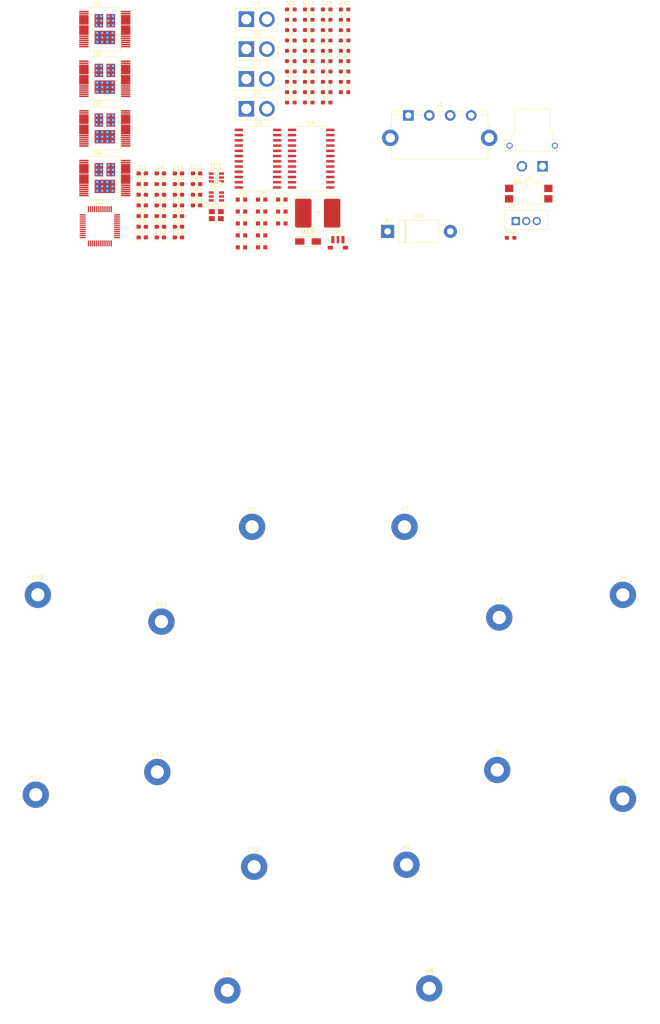
<source format=kicad_pcb>
(kicad_pcb (version 20221018) (generator pcbnew)
  (layers (0 "F.Cu" signal) (31 "B.Cu" signal) (34 "B.Paste" user) (35 "F.Paste" user) (36 "B.SilkS" user "B.Silkscreen") (37 "F.SilkS" user "F.Silkscreen") (38 "B.Mask" user) (39 "F.Mask" user) (44 "Edge.Cuts" user))
  (net 0 "")
  (net 1 "GND")
  (net 2 "Net-(U2-PD1)")
  (net 3 "Net-(U1-BOOT)")
  (net 4 "+3V3")
  (net 5 "+12V")
  (net 6 "Net-(D19-K)")
  (net 7 "Net-(U2-PD0)")
  (net 8 "Net-(D26-A)")
  (net 9 "FR DIR")
  (net 10 "FL DIR")
  (net 11 "/!FL DIR")
  (net 12 "/!FR DIR")
  (net 13 "BR DIR")
  (net 14 "BL DIR")
  (net 15 "/!BL DIR")
  (net 16 "/!BR DIR")
  (net 17 "Net-(D27-A)")
  (net 18 "/rx")
  (net 19 "/BOOT")
  (net 20 "/tx")
  (net 21 "Net-(Q1-Pad1)")
  (net 22 "Net-(U1-VSENSE)")
  (net 23 "Net-(R3-Pad2)")
  (net 24 "Net-(R4-Pad1)")
  (net 25 "Net-(U3-I0)")
  (net 26 "Net-(U4-I0)")
  (net 27 "Net-(U3-I1)")
  (net 28 "Net-(U4-I1)")
  (net 29 "Net-(U3-I2)")
  (net 30 "/M2")
  (net 31 "Net-(U4-I2)")
  (net 32 "/M1")
  (net 33 "Net-(U3-I3)")
  (net 34 "Net-(U4-I3)")
  (net 35 "Net-(U3-I4)")
  (net 36 "Net-(U4-I4)")
  (net 37 "Net-(U3-I5)")
  (net 38 "Net-(U4-I5)")
  (net 39 "Net-(U3-I6)")
  (net 40 "Net-(U4-I6)")
  (net 41 "Net-(U3-I7)")
  (net 42 "Net-(U4-I7)")
  (net 43 "Net-(U3-I8)")
  (net 44 "Net-(U4-I8)")
  (net 45 "Net-(U3-I9)")
  (net 46 "Net-(U4-I9)")
  (net 47 "Net-(U3-I10)")
  (net 48 "Net-(U4-I10)")
  (net 49 "Net-(U3-I11)")
  (net 50 "Net-(U4-I11)")
  (net 51 "Net-(U3-I12)")
  (net 52 "Net-(U4-I12)")
  (net 53 "Net-(U3-I13)")
  (net 54 "Net-(U3-~{E})")
  (net 55 "Net-(U4-I13)")
  (net 56 "Net-(U4-~{E})")
  (net 57 "Net-(U1--)")
  (net 58 "M SW")
  (net 59 "FL PWM")
  (net 62 "Net-(U1-+)")
  (net 63 "Net-(U2--)")
  (net 64 "FR PWM")
  (net 67 "Net-(U2-+)")
  (net 68 "Net-(U3--)")
  (net 69 "BL PWM")
  (net 72 "Net-(U3-+)")
  (net 73 "Net-(U4--)")
  (net 74 "BR PWM")
  (net 77 "Net-(U4-+)")
  (net 78 "Net-(U3-I14)")
  (net 79 "Net-(U4-I14)")
  (net 80 "Net-(U3-I15)")
  (net 81 "Net-(U4-I15)")
  (net 82 "Net-(C11-Pad1)")
  (net 119 "/M2_S0")
  (net 120 "/M2_S1")
  (net 121 "/M2_S3")
  (net 122 "/M2_S2")
  (net 123 "/M1_S0")
  (net 124 "/M1_S1")
  (net 125 "/M1_S3")
  (net 126 "/M1_S2")
  (net 127 "/Sol")
  (footprint "MountingHole:MountingHole_3.2mm_M3_Pad" (layer "F.Cu") (at 43 123.5)
    (fp_text reference "H12" (at 0 -4.2) (layer "F.SilkS"))
    (fp_text value "MountingHole")
    (pad "1" thru_hole circle (at 0 0) (size 6.4 6.4) (drill 3.2) (layers "*.Cu" "*.Mask"))
  )
  (footprint "MountingHole:MountingHole_3.2mm_M3_Pad" (layer "F.Cu") (at 185.5 124.5)
    (fp_text reference "H5" (at 0 -4.2) (layer "F.SilkS"))
    (fp_text value "MountingHole")
    (pad "1" thru_hole circle (at 0 0) (size 6.4 6.4) (drill 3.2) (layers "*.Cu" "*.Mask"))
  )
  (footprint "Resistor_SMD:R_0603_1608Metric_Pad0.98x0.95mm_HandSolder" (layer "F.Cu") (at 113.6 -46.99)
    (fp_text reference "R31" (at 0 -1.43) (layer "F.SilkS"))
    (fp_text value "R_Photo")
    (pad "1" smd roundrect (at -0.9125 0) (size 0.975 0.95) (layers "F.Cu" "F.Paste" "F.Mask") (net 4 "+3V3"))
    (pad "2" smd roundrect (at 0.9125 0) (size 0.975 0.95) (layers "F.Cu" "F.Paste" "F.Mask") (net 50 "Net-(U4-I11)"))
  )
  (footprint "LED_SMD:LED_0603_1608Metric_Pad1.05x0.95mm_HandSolder" (layer "F.Cu") (at 82.03 -24.69)
    (fp_text reference "D23" (at 0 -1.43) (layer "F.SilkS"))
    (fp_text value "LED")
    (pad "1" smd roundrect (at -0.875 0) (size 1.05 0.95) (layers "F.Cu" "F.Paste" "F.Mask") (net 1 "GND"))
    (pad "2" smd roundrect (at 0.875 0) (size 1.05 0.95) (layers "F.Cu" "F.Paste" "F.Mask") (net 4 "+3V3"))
  )
  (footprint "Resistor_SMD:R_0603_1608Metric_Pad0.98x0.95mm_HandSolder" (layer "F.Cu") (at 104.9 -44.48)
    (fp_text reference "R12" (at 0 -1.43) (layer "F.SilkS"))
    (fp_text value "R_Photo")
    (pad "1" smd roundrect (at -0.9125 0) (size 0.975 0.95) (layers "F.Cu" "F.Paste" "F.Mask") (net 4 "+3V3"))
    (pad "2" smd roundrect (at 0.9125 0) (size 0.975 0.95) (layers "F.Cu" "F.Paste" "F.Mask") (net 31 "Net-(U4-I2)"))
  )
  (footprint "MountingHole:MountingHole_3.2mm_M3_Pad" (layer "F.Cu") (at 95.5 58.5)
    (fp_text reference "H1" (at 0 -4.2) (layer "F.SilkS"))
    (fp_text value "MountingHole")
    (pad "1" thru_hole circle (at 0 0) (size 6.4 6.4) (drill 3.2) (layers "*.Cu" "*.Mask"))
  )
  (footprint "footprints:cap0603" (layer "F.Cu") (at 92.925 -9.325)
    (fp_text reference "C7" (at 0 -1.6 unlocked) (layer "F.SilkS") (effects (font (size 0.8 0.8) (thickness 0.1))))
    (fp_text value "0.1u")
    (pad "1" smd roundrect (at -0.9 0) (size 1 1) (layers "F.Cu" "F.Paste" "F.Mask") (roundrect_rratio 0.1) (net 4 "+3V3"))
    (pad "2" smd roundrect (at 0.9 0) (size 1 1) (layers "F.Cu" "F.Paste" "F.Mask") (roundrect_rratio 0.1) (net 1 "GND"))
  )
  (footprint "Resistor_SMD:R_0603_1608Metric_Pad0.98x0.95mm_HandSolder" (layer "F.Cu") (at 158.25 -11.64)
    (fp_text reference "R42" (at 0 -1.43) (layer "F.SilkS"))
    (fp_text value "20")
    (pad "1" smd roundrect (at -0.9125 0) (size 0.975 0.95) (layers "F.Cu" "F.Paste" "F.Mask") (net 82 "Net-(C11-Pad1)"))
    (pad "2" smd roundrect (at 0.9125 0) (size 0.975 0.95) (layers "F.Cu" "F.Paste" "F.Mask") (net 17 "Net-(D27-A)"))
  )
  (footprint "footprints:cap0603" (layer "F.Cu") (at 102.725 -20.925)
    (fp_text reference "C3" (at 0 -1.6 unlocked) (layer "F.SilkS") (effects (font (size 0.8 0.8) (thickness 0.1))))
    (fp_text value "220u")
    (pad "1" smd roundrect (at -0.9 0) (size 1 1) (layers "F.Cu" "F.Paste" "F.Mask") (roundrect_rratio 0.1) (net 4 "+3V3"))
    (pad "2" smd roundrect (at 0.9 0) (size 1 1) (layers "F.Cu" "F.Paste" "F.Mask") (roundrect_rratio 0.1) (net 1 "GND"))
  )
  (footprint "footprints:SOT95P280X145-6N" (layer "F.Cu") (at 86.83 -21.675)
    (fp_text reference "IC2" (at 0 -2.794) (layer "F.SilkS") (effects (font (size 1.27 1.27) (thickness 0.254))))
    (fp_text value "SN74LVC2G04DBVTG4" hide)
    (pad "1" smd roundrect (at -1.25 -0.95 90) (size 0.6 1.2) (layers "F.Cu" "F.Paste" "F.Mask") (roundrect_rratio 0.15) (net 13 "BR DIR"))
    (pad "2" smd roundrect (at -1.25 0 90) (size 0.6 1.2) (layers "F.Cu" "F.Paste" "F.Mask") (roundrect_rratio 0.15) (net 1 "GND"))
    (pad "3" smd roundrect (at -1.25 0.95 90) (size 0.6 1.2) (layers "F.Cu" "F.Paste" "F.Mask") (roundrect_rratio 0.15) (net 14 "BL DIR"))
    (pad "4" smd roundrect (at 1.25 0.95 90) (size 0.6 1.2) (layers "F.Cu" "F.Paste" "F.Mask") (roundrect_rratio 0.15) (net 15 "/!BL DIR"))
    (pad "5" smd roundrect (at 1.25 0 90) (size 0.6 1.2) (layers "F.Cu" "F.Paste" "F.Mask") (roundrect_rratio 0.15) (net 4 "+3V3"))
    (pad "6" smd roundrect (at 1.25 -0.95 90) (size 0.6 1.2) (layers "F.Cu" "F.Paste" "F.Mask") (roundrect_rratio 0.15) (net 16 "/!BR DIR"))
  )
  (footprint "Package_SO:SOIC-24W_7.5x15.4mm_P1.27mm" (layer "F.Cu") (at 96.93 -30.85)
    (fp_text reference "U3" (at 0 -8.65) (layer "F.SilkS"))
    (fp_text value "CD74HC4067M")
    (pad "1" smd roundrect (at -4.65 -6.985) (size 2.05 0.6) (layers "F.Cu" "F.Paste" "F.Mask") (net 30 "/M2"))
    (pad "2" smd roundrect (at -4.65 -5.715) (size 2.05 0.6) (layers "F.Cu" "F.Paste" "F.Mask") (net 41 "Net-(U3-I7)"))
    (pad "3" smd roundrect (at -4.65 -4.445) (size 2.05 0.6) (layers "F.Cu" "F.Paste" "F.Mask") (net 39 "Net-(U3-I6)"))
    (pad "4" smd roundrect (at -4.65 -3.175) (size 2.05 0.6) (layers "F.Cu" "F.Paste" "F.Mask") (net 37 "Net-(U3-I5)"))
    (pad "5" smd roundrect (at -4.65 -1.905) (size 2.05 0.6) (layers "F.Cu" "F.Paste" "F.Mask") (net 35 "Net-(U3-I4)"))
    (pad "6" smd roundrect (at -4.65 -0.635) (size 2.05 0.6) (layers "F.Cu" "F.Paste" "F.Mask") (net 33 "Net-(U3-I3)"))
    (pad "7" smd roundrect (at -4.65 0.635) (size 2.05 0.6) (layers "F.Cu" "F.Paste" "F.Mask") (net 29 "Net-(U3-I2)"))
    (pad "8" smd roundrect (at -4.65 1.905) (size 2.05 0.6) (layers "F.Cu" "F.Paste" "F.Mask") (net 27 "Net-(U3-I1)"))
    (pad "9" smd roundrect (at -4.65 3.175) (size 2.05 0.6) (layers "F.Cu" "F.Paste" "F.Mask") (net 25 "Net-(U3-I0)"))
    (pad "10" smd roundrect (at -4.65 4.445) (size 2.05 0.6) (layers "F.Cu" "F.Paste" "F.Mask") (net 119 "/M2_S0"))
    (pad "11" smd roundrect (at -4.65 5.715) (size 2.05 0.6) (layers "F.Cu" "F.Paste" "F.Mask") (net 120 "/M2_S1"))
    (pad "12" smd roundrect (at -4.65 6.985) (size 2.05 0.6) (layers "F.Cu" "F.Paste" "F.Mask") (net 1 "GND"))
    (pad "13" smd roundrect (at 4.65 6.985) (size 2.05 0.6) (layers "F.Cu" "F.Paste" "F.Mask") (net 121 "/M2_S3"))
    (pad "14" smd roundrect (at 4.65 5.715) (size 2.05 0.6) (layers "F.Cu" "F.Paste" "F.Mask") (net 122 "/M2_S2"))
    (pad "15" smd roundrect (at 4.65 4.445) (size 2.05 0.6) (layers "F.Cu" "F.Paste" "F.Mask") (net 54 "Net-(U3-~{E})"))
    (pad "16" smd roundrect (at 4.65 3.175) (size 2.05 0.6) (layers "F.Cu" "F.Paste" "F.Mask") (net 80 "Net-(U3-I15)"))
    (pad "17" smd roundrect (at 4.65 1.905) (size 2.05 0.6) (layers "F.Cu" "F.Paste" "F.Mask") (net 78 "Net-(U3-I14)"))
    (pad "18" smd roundrect (at 4.65 0.635) (size 2.05 0.6) (layers "F.Cu" "F.Paste" "F.Mask") (net 53 "Net-(U3-I13)"))
    (pad "19" smd roundrect (at 4.65 -0.635) (size 2.05 0.6) (layers "F.Cu" "F.Paste" "F.Mask") (net 51 "Net-(U3-I12)"))
    (pad "20" smd roundrect (at 4.65 -1.905) (size 2.05 0.6) (layers "F.Cu" "F.Paste" "F.Mask") (net 49 "Net-(U3-I11)"))
    (pad "21" smd roundrect (at 4.65 -3.175) (size 2.05 0.6) (layers "F.Cu" "F.Paste" "F.Mask") (net 47 "Net-(U3-I10)"))
    (pad "22" smd roundrect (at 4.65 -4.445) (size 2.05 0.6) (layers "F.Cu" "F.Paste" "F.Mask") (net 45 "Net-(U3-I9)"))
    (pad "23" smd roundrect (at 4.65 -5.715) (size 2.05 0.6) (layers "F.Cu" "F.Paste" "F.Mask") (net 43 "Net-(U3-I8)"))
    (pad "24" smd roundrect (at 4.65 -6.985) (size 2.05 0.6) (layers "F.Cu" "F.Paste" "F.Mask") (net 4 "+3V3"))
  )
  (footprint "Resistor_SMD:R_0603_1608Metric_Pad0.98x0.95mm_HandSolder" (layer "F.Cu") (at 113.6 -67.07)
    (fp_text reference "R23" (at 0 -1.43) (layer "F.SilkS"))
    (fp_text value "R_Photo")
    (pad "1" smd roundrect (at -0.9125 0) (size 0.975 0.95) (layers "F.Cu" "F.Paste" "F.Mask") (net 4 "+3V3"))
    (pad "2" smd roundrect (at 0.9125 0) (size 0.975 0.95) (layers "F.Cu" "F.Paste" "F.Mask") (net 42 "Net-(U4-I7)"))
  )
  (footprint "MountingHole:MountingHole_3.2mm_M3_Pad" (layer "F.Cu") (at 89.5 171)
    (fp_text reference "H9" (at 0 -4.2) (layer "F.SilkS"))
    (fp_text value "MountingHole")
    (pad "1" thru_hole circle (at 0 0) (size 6.4 6.4) (drill 3.2) (layers "*.Cu" "*.Mask"))
  )
  (footprint "Resistor_SMD:R_0603_1608Metric_Pad0.98x0.95mm_HandSolder" (layer "F.Cu") (at 117.95 -52.01)
    (fp_text reference "R39" (at 0 -1.43) (layer "F.SilkS"))
    (fp_text value "R_Photo")
    (pad "1" smd roundrect (at -0.9125 0) (size 0.975 0.95) (layers "F.Cu" "F.Paste" "F.Mask") (net 4 "+3V3"))
    (pad "2" smd roundrect (at 0.9125 0) (size 0.975 0.95) (layers "F.Cu" "F.Paste" "F.Mask") (net 79 "Net-(U4-I14)"))
  )
  (footprint "LED_SMD:LED_0603_1608Metric_Pad1.05x0.95mm_HandSolder" (layer "F.Cu") (at 77.635 -22.1)
    (fp_text reference "D16" (at 0 -1.43) (layer "F.SilkS"))
    (fp_text value "LED")
    (pad "1" smd roundrect (at -0.875 0) (size 1.05 0.95) (layers "F.Cu" "F.Paste" "F.Mask") (net 1 "GND"))
    (pad "2" smd roundrect (at 0.875 0) (size 1.05 0.95) (layers "F.Cu" "F.Paste" "F.Mask") (net 4 "+3V3"))
  )
  (footprint "Resistor_SMD:R_0603_1608Metric_Pad0.98x0.95mm_HandSolder" (layer "F.Cu") (at 109.25 -52.01)
    (fp_text reference "R19" (at 0 -1.43) (layer "F.SilkS"))
    (fp_text value "R_Photo")
    (pad "1" smd roundrect (at -0.9125 0) (size 0.975 0.95) (layers "F.Cu" "F.Paste" "F.Mask") (net 4 "+3V3"))
    (pad "2" smd roundrect (at 0.9125 0) (size 0.975 0.95) (layers "F.Cu" "F.Paste" "F.Mask") (net 38 "Net-(U4-I5)"))
  )
  (footprint "LED_SMD:LED_0603_1608Metric_Pad1.05x0.95mm_HandSolder" (layer "F.Cu") (at 73.24 -11.74)
    (fp_text reference "D13" (at 0 -1.43) (layer "F.SilkS"))
    (fp_text value "LED")
    (pad "1" smd roundrect (at -0.875 0) (size 1.05 0.95) (layers "F.Cu" "F.Paste" "F.Mask") (net 1 "GND"))
    (pad "2" smd roundrect (at 0.875 0) (size 1.05 0.95) (layers "F.Cu" "F.Paste" "F.Mask") (net 4 "+3V3"))
  )
  (footprint "footprints:SOP50P1030X247-39N" (layer "F.Cu") (at 59.75 -50.25)
    (fp_text reference "U6" (at -1.778 -6.096) (layer "F.SilkS"))
    (fp_text value "VNH5050A-E")
    (pad "" smd roundrect (at -5.08 0.25) (size 2.276 2.35) (layers "F.Cu" "F.Paste" "F.Mask") (roundrect_rratio 0.05586592179))
    (pad "" smd roundrect (at 5.08 0.25) (size 2.276 2.35) (layers "F.Cu" "F.Paste" "F.Mask") (roundrect_rratio 0.05586592179))
    (pad "2" smd roundrect (at -5.08 -3.75) (size 2.276 0.35) (layers "F.Cu" "F.Paste" "F.Mask") (roundrect_rratio 0.2857142857) (net 63 "Net-(U2--)"))
    (pad "13" smd roundrect (at -5.08 1.75) (size 2.276 0.35) (layers "F.Cu" "F.Paste" "F.Mask") (roundrect_rratio 0.2857142857) (net 5 "+12V"))
    (pad "14" smd roundrect (at -5.08 2.25) (size 2.276 0.35) (layers "F.Cu" "F.Paste" "F.Mask") (roundrect_rratio 0.2857142857) (net 63 "Net-(U2--)"))
    (pad "15" smd roundrect (at -5.08 2.75) (size 2.276 0.35) (layers "F.Cu" "F.Paste" "F.Mask") (roundrect_rratio 0.2857142857) (net 9 "FR DIR"))
    (pad "16" smd roundrect (at -5.08 3.25) (size 2.276 0.35) (layers "F.Cu" "F.Paste" "F.Mask") (roundrect_rratio 0.2857142857) (net 58 "M SW"))
    (pad "17" smd roundrect (at -5.08 3.75) (size 2.276 0.35) (layers "F.Cu" "F.Paste" "F.Mask") (roundrect_rratio 0.2857142857) (net 64 "FR PWM"))
    (pad "18" smd roundrect (at -5.08 4.25) (size 2.276 0.35) (layers "F.Cu" "F.Paste" "F.Mask") (roundrect_rratio 0.2857142857))
    (pad "19" smd roundrect (at 5.08 4.25) (size 2.276 0.35) (layers "F.Cu" "F.Paste" "F.Mask") (roundrect_rratio 0.2857142857))
    (pad "20" smd roundrect (at 5.08 3.75) (size 2.276 0.35) (layers "F.Cu" "F.Paste" "F.Mask") (roundrect_rratio 0.2857142857))
    (pad "21" smd roundrect (at 5.08 3.25) (size 2.276 0.35) (layers "F.Cu" "F.Paste" "F.Mask") (roundrect_rratio 0.2857142857) (net 58 "M SW"))
    (pad "22" smd roundrect (at 5.08 2.75) (size 2.276 0.35) (layers "F.Cu" "F.Paste" "F.Mask") (roundrect_rratio 0.2857142857) (net 12 "/!FR DIR"))
    (pad "23" smd roundrect (at 5.08 2.25) (size 2.276 0.35) (layers "F.Cu" "F.Paste" "F.Mask") (roundrect_rratio 0.2857142857) (net 67 "Net-(U2-+)"))
    (pad "24" smd roundrect (at 5.08 1.75) (size 2.276 0.35) (layers "F.Cu" "F.Paste" "F.Mask") (roundrect_rratio 0.2857142857) (net 5 "+12V"))
    (pad "35" smd roundrect (at 5.08 -3.75) (size 2.276 0.35) (layers "F.Cu" "F.Paste" "F.Mask") (roundrect_rratio 0.2857142857) (net 67 "Net-(U2-+)"))
    (pad "37" thru_hole rect (at 0.925 -3.108) (size 0.808 0.808) (drill 0.3) (layers "*.Cu" "*.Mask") (net 67 "Net-(U2-+)"))
    (pad "37" thru_hole rect (at 0.925 -2.025) (size 0.808 0.808) (drill 0.3) (layers "*.Cu" "*.Mask") (net 67 "Net-(U2-+)"))
    (pad "37" thru_hole rect (at 0.925 -0.942) (size 0.808 0.808) (drill 0.3) (layers "*.Cu" "*.Mask") (net 67 "Net-(U2-+)"))
    (pad "37" smd rect (at 1.45 -2.025 180) (size 2.1 3.25) (layers "F.Cu" "F.Mask") (net 67 "Net-(U2-+)"))
    (pad "37" thru_hole rect (at 1.975 -3.108) (size 0.808 0.808) (drill 0.3) (layers "*.Cu" "*.Mask") (net 67 "Net-(U2-+)"))
    (pad "37" thru_hole rect (at 1.975 -2.025) (size 0.808 0.808) (drill 0.3) (layers "*.Cu" "*.Mask") (net 67 "Net-(U2-+)"))
    (pad "37" thru_hole rect (at 1.975 -0.942) (size 0.808 0.808) (drill 0.3) (layers "*.Cu" "*.Mask") (net 67 "Net-(U2-+)"))
    (pad "38" thru_hole rect (at -1.975 -3.108) (size 0.808 0.808) (drill 0.3) (layers "*.Cu" "*.Mask") (net 63 "Net-(U2--)"))
    (pad "38" thru_hole rect (at -1.975 -2.025) (size 0.808 0.808) (drill 0.3) (layers "*.Cu" "*.Mask") (net 63 "Net-(U2--)"))
    (pad "38" thru_hole rect (at -1.975 -0.942) (size 0.808 0.808) (drill 0.3) (layers "*.Cu" "*.Mask") (net 63 "Net-(U2--)"))
    (pad "38" smd rect (at -1.45 -2.025 180) (size 2.1 3.25) (layers "F.Cu" "F.Mask") (net 63 "Net-(U2--)"))
    (pad "38" thru_hole rect (at -0.925 -3.108) (size 0.808 0.808) (drill 0.3) (layers "*.Cu" "*.Mask") (net 63 "Net-(U2--)"))
    (pad "38" thru_hole rect (at -0.925 -2.025) (size 0.808 0.808) (drill 0.3) (layers "*.Cu" "*.Mask") (net 63 "Net-(U2--)"))
    (pad "38" thru_hole rect (at -0.925 -0.942) (size 0.808 0.808) (drill 0.3) (layers "*.Cu" "*.Mask") (net 63 "Net-(U2--)"))
    (pad "39" thru_hole rect (at -1.85625 0.942) (size 0.808 0.808) (drill 0.3) (layers "*.Cu" "*.Mask") (net 5 "+12V"))
    (pad "39" thru_hole rect (at -1.85625 2.025) (size 0.808 0.808) (drill 0.3) (layers "*.Cu" "*.Mask") (net 5 "+12V"))
    (pad "39" thru_hole rect (at -1.85625 3.108) (size 0.808 0.808) (drill 0.3) (layers "*.Cu" "*.Mask") (net 5 "+12V"))
    (pad "39" thru_hole rect (at -0.61875 0.942) (size 0.808 0.808) (drill 0.3) (layers "*.Cu" "*.Mask") (net 5 "+12V"))
    (pad "39" thru_hole rect (at -0.61875 2.025) (size 0.808 0.808) (drill 0.3) (layers "*.Cu" "*.Mask") (net 5 "+12V"))
    (pad "39" thru_hole rect (at -0.61875 3.108) (size 0.808 0.808) (drill 0.3) (layers "*.Cu" "*.Mask") (net 5 "+12V"))
    (pad "39" smd rect (at 0 2.025 180) (size 4.95 3.25) (layers "F.Cu" "F.Mask") (net 5 "+12V"))
    (pad "39" thru_hole rect (at 0.61875 0.942) (size 0.808 0.808) (drill 0.3) (layers "*.Cu" "*.Mask") (net 5 "+12V"))
    (pad "39" thru_hole rect (at 0.61875 2.025) (size 0.808 0.808) (drill 0.3) (layers "*.Cu" "*.Mask") (net 5 "+12V"))
    (pad "39" thru_hole rect (at 0.61875 3.108) (size 0.808 0.808) (drill 0.3) (layers "*.Cu" "*.Mask") (net 5 "+12V"))
    (pad "39" thru_hole rect (at 1.85625 0.942) (size 0.808 0.808) (drill 0.3) (layers "*.Cu" "*.Mask") (net 5 "+12V"))
    (pad "39" thru_hole rect (at 1.85625 2.025) (size 0.808 0.808) (drill 0.3) (layers "*.Cu" "*.Mask") (net 5 "+12V"))
    (pad "39" thru_hole rect (at 1.85625 3.108) (size 0.808 0.808) (drill 0.3) (layers "*.Cu" "*.Mask") (net 5 "+12V"))
    (pad "GND" smd roundrect (at -5.08 -4.25) (size 2.276 0.35) (layers "F.Cu" "F.Paste" "F.Mask") (roundrect_rratio 0.2857142857))
    (pad "GND" smd roundrect (at -5.08 -2.25) (size 2.276 2.35) (layers "F.Cu" "F.Paste" "F.Mask") (roundrect_rratio 0.05586592179))
    (pad "GND" smd roundrect (at 5.08 -4.25) (size 2.276 0.35) (layers "F.Cu" "F.Paste" "F.Mask") (roundrect_rratio 0.2857142857))
    (pad "GND" smd roundrect (at 5.08 -2.25) (size 2.276 2.35) (layers "F.Cu" "F.Paste" "F.Mask") (roundrect_rratio 0.05586592179))
  )
  (footprint "Resistor_SMD:R_0603_1608Metric_Pad0.98x0.95mm_HandSolder" (layer "F.Cu") (at 113.6 -44.48)
    (fp_text reference "R32" (at 0 -1.43) (layer "F.SilkS"))
    (fp_text value "R_Photo")
    (pad "1" smd roundrect (at -0.9125 0) (size 0.975 0.95) (layers "F.Cu" "F.Paste" "F.Mask") (net 4 "+3V3"))
    (pad "2" smd roundrect (at 0.9125 0) (size 0.975 0.95) (layers "F.Cu" "F.Paste" "F.Mask") (net 51 "Net-(U3-I12)"))
  )
  (footprint "Resistor_SMD:R_0603_1608Metric_Pad0.98x0.95mm_HandSolder" (layer "F.Cu") (at 113.6 -49.5)
    (fp_text reference "R30" (at 0 -1.43) (layer "F.SilkS"))
    (fp_text value "R_Photo")
    (pad "1" smd roundrect (at -0.9125 0) (size 0.975 0.95) (layers "F.Cu" "F.Paste" "F.Mask") (net 4 "+3V3"))
    (pad "2" smd roundrect (at 0.9125 0) (size 0.975 0.95) (layers "F.Cu" "F.Paste" "F.Mask") (net 49 "Net-(U3-I11)"))
  )
  (footprint "Resistor_SMD:R_0603_1608Metric_Pad0.98x0.95mm_HandSolder" (layer "F.Cu") (at 113.6 -57.03)
    (fp_text reference "R27" (at 0 -1.43) (layer "F.SilkS"))
    (fp_text value "R_Photo")
    (pad "1" smd roundrect (at -0.9125 0) (size 0.975 0.95) (layers "F.Cu" "F.Paste" "F.Mask") (net 4 "+3V3"))
    (pad "2" smd roundrect (at 0.9125 0) (size 0.975 0.95) (layers "F.Cu" "F.Paste" "F.Mask") (net 46 "Net-(U4-I9)"))
  )
  (footprint "LED_SMD:LED_0603_1608Metric_Pad1.05x0.95mm_HandSolder" (layer "F.Cu") (at 77.635 -24.69)
    (fp_text reference "D15" (at 0 -1.43) (layer "F.SilkS"))
    (fp_text value "LED")
    (pad "1" smd roundrect (at -0.875 0) (size 1.05 0.95) (layers "F.Cu" "F.Paste" "F.Mask") (net 1 "GND"))
    (pad "2" smd roundrect (at 0.875 0) (size 1.05 0.95) (layers "F.Cu" "F.Paste" "F.Mask") (net 4 "+3V3"))
  )
  (footprint "Package_SO:SOIC-24W_7.5x15.4mm_P1.27mm" (layer "F.Cu") (at 109.84 -30.85)
    (fp_text reference "U4" (at 0 -8.65) (layer "F.SilkS"))
    (fp_text value "CD74HC4067M")
    (pad "1" smd roundrect (at -4.65 -6.985) (size 2.05 0.6) (layers "F.Cu" "F.Paste" "F.Mask") (net 32 "/M1"))
    (pad "2" smd roundrect (at -4.65 -5.715) (size 2.05 0.6) (layers "F.Cu" "F.Paste" "F.Mask") (net 42 "Net-(U4-I7)"))
    (pad "3" smd roundrect (at -4.65 -4.445) (size 2.05 0.6) (layers "F.Cu" "F.Paste" "F.Mask") (net 40 "Net-(U4-I6)"))
    (pad "4" smd roundrect (at -4.65 -3.175) (size 2.05 0.6) (layers "F.Cu" "F.Paste" "F.Mask") (net 38 "Net-(U4-I5)"))
    (pad "5" smd roundrect (at -4.65 -1.905) (size 2.05 0.6) (layers "F.Cu" "F.Paste" "F.Mask") (net 36 "Net-(U4-I4)"))
    (pad "6" smd roundrect (at -4.65 -0.635) (size 2.05 0.6) (layers "F.Cu" "F.Paste" "F.Mask") (net 34 "Net-(U4-I3)"))
    (pad "7" smd roundrect (at -4.65 0.635) (size 2.05 0.6) (layers "F.Cu" "F.Paste" "F.Mask") (net 31 "Net-(U4-I2)"))
    (pad "8" smd roundrect (at -4.65 1.905) (size 2.05 0.6) (layers "F.Cu" "F.Paste" "F.Mask") (net 28 "Net-(U4-I1)"))
    (pad "9" smd roundrect (at -4.65 3.175) (size 2.05 0.6) (layers "F.Cu" "F.Paste" "F.Mask") (net 26 "Net-(U4-I0)"))
    (pad "10" smd roundrect (at -4.65 4.445) (size 2.05 0.6) (layers "F.Cu" "F.Paste" "F.Mask") (net 123 "/M1_S0"))
    (pad "11" smd roundrect (at -4.65 5.715) (size 2.05 0.6) (layers "F.Cu" "F.Paste" "F.Mask") (net 124 "/M1_S1"))
    (pad "12" smd roundrect (at -4.65 6.985) (size 2.05 0.6) (layers "F.Cu" "F.Paste" "F.Mask") (net 1 "GND"))
    (pad "13" smd roundrect (at 4.65 6.985) (size 2.05 0.6) (layers "F.Cu" "F.Paste" "F.Mask") (net 125 "/M1_S3"))
    (pad "14" smd roundrect (at 4.65 5.715) (size 2.05 0.6) (layers "F.Cu" "F.Paste" "F.Mask") (net 126 "/M1_S2"))
    (pad "15" smd roundrect (at 4.65 4.445) (size 2.05 0.6) (layers "F.Cu" "F.Paste" "F.Mask") (net 56 "Net-(U4-~{E})"))
    (pad "16" smd roundrect (at 4.65 3.175) (size 2.05 0.6) (layers "F.Cu" "F.Paste" "F.Mask") (net 81 "Net-(U4-I15)"))
    (pad "17" smd roundrect (at 4.65 1.905) (size 2.05 0.6) (layers "F.Cu" "F.Paste" "F.Mask") (net 79 "Net-(U4-I14)"))
    (pad "18" smd roundrect (at 4.65 0.635) (size 2.05 0.6) (layers "F.Cu" "F.Paste" "F.Mask") (net 55 "Net-(U4-I13)"))
    (pad "19" smd roundrect (at 4.65 -0.635) (size 2.05 0.6) (layers "F.Cu" "F.Paste" "F.Mask") (net 52 "Net-(U4-I12)"))
    (pad "20" smd roundrect (at 4.65 -1.905) (size 2.05 0.6) (layers "F.Cu" "F.Paste" "F.Mask") (net 50 "Net-(U4-I11)"))
    (pad "21" smd roundrect (at 4.65 -3.175) (size 2.05 0.6) (layers "F.Cu" "F.Paste" "F.Mask") (net 48 "Net-(U4-I10)"))
    (pad "22" smd roundrect (at 4.65 -4.445) (size 2.05 0.6) (layers "F.Cu" "F.Paste" "F.Mask") (net 46 "Net-(U4-I9)"))
    (pad "23" smd roundrect (at 4.65 -5.715) (size 2.05 0.6) (layers "F.Cu" "F.Paste" "F.Mask") (net 44 "Net-(U4-I8)"))
    (pad "24" smd roundrect (at 4.65 -6.985) (size 2.05 0.6) (layers "F.Cu" "F.Paste" "F.Mask") (net 4 "+3V3"))
  )
  (footprint "footprints:cap0603" (layer "F.Cu") (at 97.825 -18.025)
    (fp_text reference "C1" (at 0 -1.6 unlocked) (layer "F.SilkS") (effects (font (size 0.8 0.8) (thickness 0.1))))
    (fp_text value "10u")
    (pad "1" smd roundrect (at -0.9 0) (size 1 1) (layers "F.Cu" "F.Paste" "F.Mask") (roundrect_rratio 0.1) (net 5 "+12V"))
    (pad "2" smd roundrect (at 0.9 0) (size 1 1) (layers "F.Cu" "F.Paste" "F.Mask") (roundrect_rratio 0.1) (net 1 "GND"))
  )
  (footprint "Resistor_SMD:R_0603_1608Metric_Pad0.98x0.95mm_HandSolder" (layer "F.Cu") (at 104.9 -64.56)
    (fp_text reference "R4" (at 0 -1.43) (layer "F.SilkS"))
    (fp_text value "1K")
    (pad "1" smd roundrect (at -0.9125 0) (size 0.975 0.95) (layers "F.Cu" "F.Paste" "F.Mask") (net 24 "Net-(R4-Pad1)"))
    (pad "2" smd roundrect (at 0.9125 0) (size 0.975 0.95) (layers "F.Cu" "F.Paste" "F.Mask") (net 1 "GND"))
  )
  (footprint "Crystal:Crystal_SMD_Abracon_ABM8G-4Pin_3.2x2.5mm" (layer "F.Cu") (at 86.83 -17.15)
    (fp_text reference "Crystal1" (at 0 -2.45) (layer "F.SilkS"))
    (fp_text value "8Mhz")
    (pad "1" smd rect (at -1.1 0.85) (size 1.4 1.2) (layers "F.Cu" "F.Paste" "F.Mask") (net 7 "Net-(U2-PD0)"))
    (pad "2" smd rect (at 1.1 0.85) (size 1.4 1.2) (layers "F.Cu" "F.Paste" "F.Mask") (net 2 "Net-(U2-PD1)"))
    (pad "3" smd rect (at 1.1 -0.85) (size 1.4 1.2) (layers "F.Cu" "F.Paste" "F.Mask"))
    (pad "4" smd rect (at -1.1 -0.85) (size 1.4 1.2) (layers "F.Cu" "F.Paste" "F.Mask"))
  )
  (footprint "Resistor_SMD:R_0603_1608Metric_Pad0.98x0.95mm_HandSolder" (layer "F.Cu") (at 109.25 -67.07)
    (fp_text reference "R13" (at 0 -1.43) (layer "F.SilkS"))
    (fp_text value "R")
    (pad "1" smd roundrect (at -0.9125 0) (size 0.975 0.95) (layers "F.Cu" "F.Paste" "F.Mask") (net 32 "/M1"))
    (pad "2" smd roundrect (at 0.9125 0) (size 0.975 0.95) (layers "F.Cu" "F.Paste" "F.Mask") (net 1 "GND"))
  )
  (footprint "footprints:SOP50P1030X247-39N" (layer "F.Cu") (at 59.75 -62.3)
    (fp_text reference "U5" (at -1.778 -6.096) (layer "F.SilkS"))
    (fp_text value "VNH5050A-E")
    (pad "" smd roundrect (at -5.08 0.25) (size 2.276 2.35) (layers "F.Cu" "F.Paste" "F.Mask") (roundrect_rratio 0.05586592179))
    (pad "" smd roundrect (at 5.08 0.25) (size 2.276 2.35) (layers "F.Cu" "F.Paste" "F.Mask") (roundrect_rratio 0.05586592179))
    (pad "2" smd roundrect (at -5.08 -3.75) (size 2.276 0.35) (layers "F.Cu" "F.Paste" "F.Mask") (roundrect_rratio 0.2857142857) (net 57 "Net-(U1--)"))
    (pad "13" smd roundrect (at -5.08 1.75) (size 2.276 0.35) (layers "F.Cu" "F.Paste" "F.Mask") (roundrect_rratio 0.2857142857) (net 5 "+12V"))
    (pad "14" smd roundrect (at -5.08 2.25) (size 2.276 0.35) (layers "F.Cu" "F.Paste" "F.Mask") (roundrect_rratio 0.2857142857) (net 57 "Net-(U1--)"))
    (pad "15" smd roundrect (at -5.08 2.75) (size 2.276 0.35) (layers "F.Cu" "F.Paste" "F.Mask") (roundrect_rratio 0.2857142857) (net 10 "FL DIR"))
    (pad "16" smd roundrect (at -5.08 3.25) (size 2.276 0.35) (layers "F.Cu" "F.Paste" "F.Mask") (roundrect_rratio 0.2857142857) (net 58 "M SW"))
    (pad "17" smd roundrect (at -5.08 3.75) (size 2.276 0.35) (layers "F.Cu" "F.Paste" "F.Mask") (roundrect_rratio 0.2857142857) (net 59 "FL PWM"))
    (pad "18" smd roundrect (at -5.08 4.25) (size 2.276 0.35) (layers "F.Cu" "F.Paste" "F.Mask") (roundrect_rratio 0.2857142857))
    (pad "19" smd roundrect (at 5.08 4.25) (size 2.276 0.35) (layers "F.Cu" "F.Paste" "F.Mask") (roundrect_rratio 0.2857142857))
    (pad "20" smd roundrect (at 5.08 3.75) (size 2.276 0.35) (layers "F.Cu" "F.Paste" "F.Mask") (roundrect_rratio 0.2857142857))
    (pad "21" smd roundrect (at 5.08 3.25) (size 2.276 0.35) (layers "F.Cu" "F.Paste" "F.Mask") (roundrect_rratio 0.2857142857) (net 58 "M SW"))
    (pad "22" smd roundrect (at 5.08 2.75) (size 2.276 0.35) (layers "F.Cu" "F.Paste" "F.Mask") (roundrect_rratio 0.2857142857) (net 11 "/!FL DIR"))
    (pad "23" smd roundrect (at 5.08 2.25) (size 2.276 0.35) (layers "F.Cu" "F.Paste" "F.Mask") (roundrect_rratio 0.2857142857) (net 62 "Net-(U1-+)"))
    (pad "24" smd roundrect (at 5.08 1.75) (size 2.276 0.35) (layers "F.Cu" "F.Paste" "F.Mask") (roundrect_rratio 0.2857142857) (net 5 "+12V"))
    (pad "35" smd roundrect (at 5.08 -3.75) (size 2.276 0.35) (layers "F.Cu" "F.Paste" "F.Mask") (roundrect_rratio 0.2857142857) (net 62 "Net-(U1-+)"))
    (pad "37" thru_hole rect (at 0.925 -3.108) (size 0.808 0.808) (drill 0.3) (layers "*.Cu" "*.Mask") (net 62 "Net-(U1-+)"))
    (pad "37" thru_hole rect (at 0.925 -2.025) (size 0.808 0.808) (drill 0.3) (layers "*.Cu" "*.Mask") (net 62 "Net-(U1-+)"))
    (pad "37" thru_hole rect (at 0.925 -0.942) (size 0.808 0.808) (drill 0.3) (layers "*.Cu" "*.Mask") (net 62 "Net-(U1-+)"))
    (pad "37" smd rect (at 1.45 -2.025 180) (size 2.1 3.25) (layers "F.Cu" "F.Mask") (net 62 "Net-(U1-+)"))
    (pad "37" thru_hole rect (at 1.975 -3.108) (size 0.808 0.808) (drill 0.3) (layers "*.Cu" "*.Mask") (net 62 "Net-(U1-+)"))
    (pad "37" thru_hole rect (at 1.975 -2.025) (size 0.808 0.808) (drill 0.3) (layers "*.Cu" "*.Mask") (net 62 "Net-(U1-+)"))
    (pad "37" thru_hole rect (at 1.975 -0.942) (size 0.808 0.808) (drill 0.3) (layers "*.Cu" "*.Mask") (net 62 "Net-(U1-+)"))
    (pad "38" thru_hole rect (at -1.975 -3.108) (size 0.808 0.808) (drill 0.3) (layers "*.Cu" "*.Mask") (net 57 "Net-(U1--)"))
    (pad "38" thru_hole rect (at -1.975 -2.025) (size 0.808 0.808) (drill 0.3) (layers "*.Cu" "*.Mask") (net 57 "Net-(U1--)"))
    (pad "38" thru_hole rect (at -1.975 -0.942) (size 0.808 0.808) (drill 0.3) (layers "*.Cu" "*.Mask") (net 57 "Net-(U1--)"))
    (pad "38" smd rect (at -1.45 -2.025 180) (size 2.1 3.25) (layers "F.Cu" "F.Mask") (net 57 "Net-(U1--)"))
    (pad "38" thru_hole rect (at -0.925 -3.108) (size 0.808 0.808) (drill 0.3) (layers "*.Cu" "*.Mask") (net 57 "Net-(U1--)"))
    (pad "38" thru_hole rect (at -0.925 -2.025) (size 0.808 0.808) (drill 0.3) (layers "*.Cu" "*.Mask") (net 57 "Net-(U1--)"))
    (pad "38" thru_hole rect (at -0.925 -0.942) (size 0.808 0.808) (drill 0.3) (layers "*.Cu" "*.Mask") (net 57 "Net-(U1--)"))
    (pad "39" thru_hole rect (at -1.85625 0.942) (size 0.808 0.808) (drill 0.3) (layers "*.Cu" "*.Mask") (net 5 "+12V"))
    (pad "39" thru_hole rect (at -1.85625 2.025) (size 0.808 0.808) (drill 0.3) (layers "*.Cu" "*.Mask") (net 5 "+12V"))
    (pad "39" thru_hole rect (at -1.85625 3.108) (size 0.808 0.808) (drill 0.3) (layers "*.Cu" "*.Mask") (net 5 "+12V"))
    (pad "39" thru_hole rect (at -0.61875 0.942) (size 0.808 0.808) (drill 0.3) (layers "*.Cu" "*.Mask") (net 5 "+12V"))
    (pad "39" thru_hole rect (at -0.61875 2.025) (size 0.808 0.808) (drill 0.3) (layers "*.Cu" "*.Mask") (net 5 "+12V"))
    (pad "39" thru_hole rect (at -0.61875 3.108) (size 0.808 0.808) (drill 0.3) (layers "*.Cu" "*.Mask") (net 5 "+12V"))
    (pad "39" smd rect (at 0 2.025 180) (size 4.95 3.25) (layers "F.Cu" "F.Mask") (net 5 "+12V"))
    (pad "39" thru_hole rect (at 0.61875 0.942) (size 0.808 0.808) (drill 0.3) (layers "*.Cu" "*.Mask") (net 5 "+12V"))
    (pad "39" thru_hole rect (at 0.61875 2.025) (size 0.808 0.808) (drill 0.3) (layers "*.Cu" "*.Mask") (net 5 "+12V"))
    (pad "39" thru_hole rect (at 0.61875 3.108) (size 0.808 0.808) (drill 0.3) (layers "*.Cu" "*.Mask") (net 5 "+12V"))
    (pad "39" thru_hole rect (at 1.85625 0.942) (size 0.808 0.808) (drill 0.3) (layers "*.Cu" "*.Mask") (net 5 "+12V"))
    (pad "39" thru_hole rect (at 1.85625 2.025) (size 0.808 0.808) (drill 0.3) (layers "*.Cu" "*.Mask") (net 5 "+12V"))
    (pad "39" thru_hole rect (at 1.85625 3.108) (size 0.808 0.808) (drill 0.3) (layers "*.Cu" "*.Mask") (net 5 "+12V"))
    (pad "GND" smd roundrect (at -5.08 -4.25) (size 2.276 0.35) (layers "F.Cu" "F.Paste" "F.Mask") (roundrect_rratio 0.2857142857))
    (pad "GND" smd roundrect (at -5.08 -2.25) (size 2.276 2.35) (layers "F.Cu" "F.Paste" "F.Mask") (roundrect_rratio 0.05586592179))
    (pad "GND" smd roundrect (at 5.08 -4.25) (size 2.276 0.35) (layers "F.Cu" "F.Paste" "F.Mask") (roundrect_rratio 0.2857142857))
    (pad "GND" smd roundrect (at 5.08 -2.25) (size 2.276 2.35) (layers "F.Cu" "F.Paste" "F.Mask") (roundrect_rratio 0.05586592179))
  )
  (footprint "LED_SMD:LED_0603_1608Metric_Pad1.05x0.95mm_HandSolder" (layer "F.Cu") (at 77.635 -14.33)
    (fp_text reference "D20" (at 0 -1.43) (layer "F.SilkS"))
    (fp_text value "LED")
    (pad "1" smd roundrect (at -0.875 0) (size 1.05 0.95) (layers "F.Cu" "F.Paste" "F.Mask") (net 1 "GND"))
    (pad "2" smd roundrect (at 0.875 0) (size 1.05 0.95) (layers "F.Cu" "F.Paste" "F.Mask") (net 4 "+3V3"))
  )
  (footprint "LED_SMD:LED_0603_1608Metric_Pad1.05x0.95mm_HandSolder" (layer "F.Cu") (at 82.03 -19.51)
    (fp_text reference "D25" (at 0 -1.43) (layer "F.SilkS"))
    (fp_text value "LED")
    (pad "1" smd roundrect (at -0.875 0) (size 1.05 0.95) (layers "F.Cu" "F.Paste" "F.Mask") (net 1 "GND"))
    (pad "2" smd roundrect (at 0.875 0) (size 1.05 0.95) (layers "F.Cu" "F.Paste" "F.Mask") (net 4 "+3V3"))
  )
  (footprint "MountingHole:MountingHole_3.2mm_M3_Pad" (layer "F.Cu") (at 185.5 75)
    (fp_text reference "H4" (at 0 -4.2) (layer "F.SilkS"))
    (fp_text value "MountingHole")
    (pad "1" thru_hole circle (at 0 0) (size 6.4 6.4) (drill 3.2) (layers "*.Cu" "*.Mask"))
  )
  (footprint "footprints:res0603" (layer "F.Cu") (at 102.725 -18.025)
    (fp_text reference "R1" (at 0 -1.6) (layer "F.SilkS") (effects (font (size 0.8 0.8) (thickness 0.1))))
    (fp_text value "5K9")
    (pad "1" smd roundrect (at -0.9 0) (size 1 1) (layers "F.Cu" "F.Paste" "F.Mask") (roundrect_rratio 0.1) (net 22 "Net-(U1-VSENSE)"))
    (pad "2" smd roundrect (at 0.9 0) (size 1 1) (layers "F.Cu" "F.Paste" "F.Mask") (roundrect_rratio 0.1) (net 1 "GND"))
  )
  (footprint "LED_SMD:LED_0603_1608Metric_Pad1.05x0.95mm_HandSolder" (layer "F.Cu") (at 73.24 -19.51)
    (fp_text reference "D10" (at 0 -1.43) (layer "F.SilkS"))
    (fp_text value "LED")
    (pad "1" smd roundrect (at -0.875 0) (size 1.05 0.95) (layers "F.Cu" "F.Paste" "F.Mask") (net 1 "GND"))
    (pad "2" smd roundrect (at 0.875 0) (size 1.05 0.95) (layers "F.Cu" "F.Paste" "F.Mask") (net 4 "+3V3"))
  )
  (footprint "Resistor_SMD:R_0603_1608Metric_Pad0.98x0.95mm_HandSolder" (layer "F.Cu") (at 104.9 -52.01)
    (fp_text reference "R9" (at 0 -1.43) (layer "F.SilkS"))
    (fp_text value "R_Photo")
    (pad "1" smd roundrect (at -0.9125 0) (size 0.975 0.95) (layers "F.Cu" "F.Paste" "F.Mask") (net 4 "+3V3"))
    (pad "2" smd roundrect (at 0.9125 0) (size 0.975 0.95) (layers "F.Cu" "F.Paste" "F.Mask") (net 28 "Net-(U4-I1)"))
  )
  (footprint "footprints:cap0603" (layer "F.Cu") (at 97.825 -20.925)
    (fp_text reference "C8" (at 0 -1.6 unlocked) (layer "F.SilkS") (effects (font (size 0.8 0.8) (thickness 0.1))))
    (fp_text value "0.1u")
    (pad "1" smd roundrect (at -0.9 0) (size 1 1) (layers "F.Cu" "F.Paste" "F.Mask") (roundrect_rratio 0.1) (net 4 "+3V3"))
    (pad "2" smd roundrect (at 0.9 0) (size 1 1) (layers "F.Cu" "F.Paste" "F.Mask") (roundrect_rratio 0.1) (net 1 "GND"))
  )
  (footprint "LED_SMD:LED_0603_1608Metric_Pad1.05x0.95mm_HandSolder" (layer "F.Cu") (at 82.03 -27.28)
    (fp_text reference "D22" (at 0 -1.43) (layer "F.SilkS"))
    (fp_text value "LED")
    (pad "1" smd roundrect (at -0.875 0) (size 1.05 0.95) (layers "F.Cu" "F.Paste" "F.Mask") (net 1 "GND"))
    (pad "2" smd roundrect (at 0.875 0) (size 1.05 0.95) (layers "F.Cu" "F.Paste" "F.Mask") (net 4 "+3V3"))
  )
  (footprint "LED_SMD:LED_0603_1608Metric_Pad1.05x0.95mm_HandSolder" (layer "F.Cu") (at 68.845 -19.51)
    (fp_text reference "D4" (at 0 -1.43) (layer "F.SilkS"))
    (fp_text value "LED")
    (pad "1" smd roundrect (at -0.875 0) (size 1.05 0.95) (layers "F.Cu" "F.Paste" "F.Mask") (net 1 "GND"))
    (pad "2" smd roundrect (at 0.875 0) (size 1.05 0.95) (layers "F.Cu" "F.Paste" "F.Mask") (net 4 "+3V3"))
  )
  (footprint "Resistor_SMD:R_0603_1608Metric_Pad0.98x0.95mm_HandSolder" (layer "F.Cu") (at 117.95 -59.54)
    (fp_text reference "R36" (at 0 -1.43) (layer "F.SilkS"))
    (fp_text value "R_Photo")
    (pad "1" smd roundrect (at -0.9125 0) (size 0.975 0.95) (layers "F.Cu" "F.Paste" "F.Mask") (net 4 "+3V3"))
    (pad "2" smd roundrect (at 0.9125 0) (size 0.975 0.95) (layers "F.Cu" "F.Paste" "F.Mask") (net 55 "Net-(U4-I13)"))
  )
  (footprint "Package_QFP:LQFP-48_7x7mm_P0.5mm" (layer "F.Cu") (at 58.55 -14.45)
    (fp_text reference "U2" (at 0 -5.85) (layer "F.SilkS"))
    (fp_text value "STM32F103CBTx")
    (pad "1" smd roundrect (at -4.1625 -2.75) (size 1.475 0.3) (layers "F.Cu" "F.Paste" "F.Mask"))
    (pad "2" smd roundrect (at -4.1625 -2.25) (size 1.475 0.3) (layers "F.Cu" "F.Paste" "F.Mask") (net 8 "Net-(D26-A)"))
    (pad "3" smd roundrect (at -4.1625 -1.75) (size 1.475 0.3) (layers "F.Cu" "F.Paste" "F.Mask"))
    (pad "4" smd roundrect (at -4.1625 -1.25) (size 1.475 0.3) (layers "F.Cu" "F.Paste" "F.Mask"))
    (pad "5" smd roundrect (at -4.1625 -0.75) (size 1.475 0.3) (layers "F.Cu" "F.Paste" "F.Mask") (net 7 "Net-(U2-PD0)"))
    (pad "6" smd roundrect (at -4.1625 -0.25) (size 1.475 0.3) (layers "F.Cu" "F.Paste" "F.Mask") (net 2 "Net-(U2-PD1)"))
    (pad "7" smd roundrect (at -4.1625 0.25) (size 1.475 0.3) (layers "F.Cu" "F.Paste" "F.Mask"))
    (pad "8" smd roundrect (at -4.1625 0.75) (size 1.475 0.3) (layers "F.Cu" "F.Paste" "F.Mask") (net 1 "GND"))
    (pad "9" smd roundrect (at -4.1625 1.25) (size 1.475 0.3) (layers "F.Cu" "F.Paste" "F.Mask") (net 4 "+3V3"))
    (pad "10" smd roundrect (at -4.1625 1.75) (size 1.475 0.3) (layers "F.Cu" "F.Paste" "F.Mask"))
    (pad "11" smd roundrect (at -4.1625 2.25) (size 1.475 0.3) (layers "F.Cu" "F.Paste" "F.Mask"))
    (pad "12" smd roundrect (at -4.1625 2.75) (size 1.475 0.3) (layers "F.Cu" "F.Paste" "F.Mask"))
    (pad "13" smd roundrect (at -2.75 4.1625) (size 0.3 1.475) (layers "F.Cu" "F.Paste" "F.Mask"))
    (pad "14" smd roundrect (at -2.25 4.1625) (size 0.3 1.475) (layers "F.Cu" "F.Paste" "F.Mask"))
    (pad "15" smd roundrect (at -1.75 4.1625) (size 0.3 1.475) (layers "F.Cu" "F.Paste" "F.Mask"))
    (pad "16" smd roundrect (at -1.25 4.1625) (size 0.3 1.475) (layers "F.Cu" "F.Paste" "F.Mask"))
    (pad "17" smd roundrect (at -0.75 4.1625) (size 0.3 1.475) (layers "F.Cu" "F.Paste" "F.Mask"))
    (pad "18" smd roundrect (at -0.25 4.1625) (size 0.3 1.475) (layers "F.Cu" "F.Paste" "F.Mask"))
    (pad "19" smd roundrect (at 0.25 4.1625) (size 0.3 1.475) (layers "F.Cu" "F.Paste" "F.Mask"))
    (pad "20" smd roundrect (at 0.75 4.1625) (size 0.3 1.475) (layers "F.Cu" "F.Paste" "F.Mask"))
    (pad "21" smd roundrect (at 1.25 4.1625) (size 0.3 1.475) (layers "F.Cu" "F.Paste" "F.Mask"))
    (pad "22" smd roundrect (at 1.75 4.1625) (size 0.3 1.475) (layers "F.Cu" "F.Paste" "F.Mask"))
    (pad "23" smd roundrect (at 2.25 4.1625) (size 0.3 1.475) (layers "F.Cu" "F.Paste" "F.Mask") (net 1 "GND"))
    (pad "24" smd roundrect (at 2.75 4.1625) (size 0.3 1.475) (layers "F.Cu" "F.Paste" "F.Mask") (net 4 "+3V3"))
    (pad "25" smd roundrect (at 4.1625 2.75) (size 1.475 0.3) (layers "F.Cu" "F.Paste" "F.Mask"))
    (pad "26" smd roundrect (at 4.1625 2.25) (size 1.475 0.3) (layers "F.Cu" "F.Paste" "F.Mask"))
    (pad "27" smd roundrect (at 4.1625 1.75) (size 1.475 0.3) (layers "F.Cu" "F.Paste" "F.Mask"))
    (pad "28" smd roundrect (at 4.1625 1.25) (size 1.475 0.3) (layers "F.Cu" "F.Paste" "F.Mask"))
    (pad "29" smd roundrect (at 4.1625 0.75) (size 1.475 0.3) (layers "F.Cu" "F.Paste" "F.Mask"))
    (pad "30" smd roundrect (at 4.1625 0.25) (size 1.475 0.3) (layers "F.Cu" "F.Paste" "F.Mask"))
    (pad "31" smd roundrect (at 4.1625 -0.25) (size 1.475 0.3) (layers "F.Cu" "F.Paste" "F.Mask"))
    (pad "32" smd roundrect (at 4.1625 -0.75) (size 1.475 0.3) (layers "F.Cu" "F.Paste" "F.Mask"))
    (pad "33" smd roundrect (at 4.1625 -1.25) (size 1.475 0.3) (layers "F.Cu" "F.Paste" "F.Mask"))
    (pad "34" smd roundrect (at 4.1625 -1.75) (size 1.475 0.3) (layers "F.Cu" "F.Paste" "F.Mask"))
    (pad "35" smd roundrect (at 4.1625 -2.25) (size 1.475 0.3) (layers "F.Cu" "F.Paste" "F.Mask") (net 1 "GND"))
    (pad "36" smd roundrect (at 4.1625 -2.75) (size 1.475 0.3) (layers "F.Cu" "F.Paste" "F.Mask") (net 4 "+3V3"))
    (pad "37" smd roundrect (at 2.75 -4.1625) (size 0.3 1.475) (layers "F.Cu" "F.Paste" "F.Mask"))
    (pad "38" smd roundrect (at 2.25 -4.1625) (size 0.3 1.475) (layers "F.Cu" "F.Paste" "F.Mask"))
    (pad "39" smd roundrect (at 1.75 -4.1625) (size 0.3 1.475) (layers "F.Cu" "F.Paste" "F.Mask"))
    (pad "40" smd roundrect (at 1.25 -4.1625) (size 0.3 1.475) (layers "F.Cu" "F.Paste" "F.Mask"))
    (pad "41" smd roundrect (at 0.75 -4.1625) (size 0.3 1.475) (layers "F.Cu" "F.Paste" "F.Mask"))
    (pad "42" smd roundrect (at 0.25 -4.1625) (size 0.3 1.475) (layers "F.Cu" "F.Paste" "F.Mask"))
    (pad "43" smd roundrect (at -0.25 -4.1625) (size 0.3 1.475) (layers "F.Cu" "F.Paste" "F.Mask"))
    (pad "44" smd roundrect (at -0.75 -4.1625) (size 0.3 1.475) (layers "F.Cu" "F.Paste" "F.Mask") (net 19 "/BOOT"))
    (pad "45" smd roundrect (at -1.25 -4.1625) (size 0.3 1.475) (layers "F.Cu" "F.Paste" "F.Mask"))
    (pad "46" smd roundrect (at -1.75 -4.1625) (size 0.3 1.475) (layers "F.Cu" "F.Paste" "F.Mask"))
    (pad "47" smd roundrect (at -2.25 -4.1625) (size 0.3 1.475) (layers "F.Cu" "F.Paste" "F.Mask") (net 1 "GND"))
    (pad "48" smd roundrect (at -2.75 -4.1625) (size 0.3 1.475) (layers "F.Cu" "F.Paste" "F.Mask") (net 4 "+3V3"))
  )
  (footprint "LED_SMD:LED_0603_1608Metric_Pad1.05x0.95mm_HandSolder" (layer "F.Cu") (at 68.845 -14.33)
    (fp_text reference "D6" (at 0 -1.43) (layer "F.SilkS"))
    (fp_text value "LED")
    (pad "1" smd roundrect (at -0.875 0) (size 1.05 0.95) (layers "F.Cu" "F.Paste" "F.Mask") (net 1 "GND"))
    (pad "2" smd roundrect (at 0.875 0) (size 1.05 0.95) (layers "F.Cu" "F.Paste" "F.Mask") (net 4 "+3V3"))
  )
  (footprint "LED_SMD:LED_0603_1608Metric_Pad1.05x0.95mm_HandSolder" (layer "F.Cu") (at 77.635 -27.28)
    (fp_text reference "D14" (at 0 -1.43) (layer "F.SilkS"))
    (fp_text value "LED")
    (pad "1" smd roundrect (at -0.875 0) (size 1.05 0.95) (layers "F.Cu" "F.Paste" "F.Mask") (net 1 "GND"))
    (pad "2" smd roundrect (at 0.875 0) (size 1.05 0.95) (layers "F.Cu" "F.Paste" "F.Mask") (net 4 "+3V3"))
  )
  (footprint "Resistor_SMD:R_0603_1608Metric_Pad0.98x0.95mm_HandSolder" (layer "F.Cu") (at 104.9 -59.54)
    (fp_text reference "R6" (at 0 -1.43) (layer "F.SilkS"))
    (fp_text value "R_Photo")
    (pad "1" smd roundrect (at -0.9125 0) (size 0.975 0.95) (layers "F.Cu" "F.Paste" "F.Mask") (net 4 "+3V3"))
    (pad "2" smd roundrect (at 0.9125 0) (size 0.975 0.95) (layers "F.Cu" "F.Paste" "F.Mask") (net 25 "Net-(U3-I0)"))
  )
  (footprint "MountingHole:MountingHole_3.2mm_M3_Pad" (layer "F.Cu") (at 133 140.5)
    (fp_text reference "H7" (at 0 -4.2) (layer "F.SilkS"))
    (fp_text value "MountingHole")
    (pad "1" thru_hole circle (at 0 0) (size 6.4 6.4) (drill 3.2) (layers "*.Cu" "*.Mask"))
  )
  (footprint "Resistor_SMD:R_0603_1608Metric_Pad0.98x0.95mm_HandSolder" (layer "F.Cu") (at 104.9 -62.05)
    (fp_text reference "R5" (at 0 -1.43) (layer "F.SilkS"))
    (fp_text value "R")
    (pad "1" smd roundrect (at -0.9125 0) (size 0.975 0.95) (layers "F.Cu" "F.Paste" "F.Mask") (net 1 "GND"))
    (pad "2" smd roundrect (at 0.9125 0) (size 0.975 0.95) (layers "F.Cu" "F.Paste" "F.Mask") (net 19 "/BOOT"))
  )
  (footprint "LED_SMD:LED_0603_1608Metric_Pad1.05x0.95mm_HandSolder" (layer "F.Cu") (at 77.635 -16.92)
    (fp_text reference "D18" (at 0 -1.43) (layer "F.SilkS"))
    (fp_text value "LED")
    (pad "1" smd roundrect (at -0.875 0) (size 1.05 0.95) (layers "F.Cu" "F.Paste" "F.Mask") (net 1 "GND"))
    (pad "2" smd roundrect (at 0.875 0) (size 1.05 0.95) (layers "F.Cu" "F.Paste" "F.Mask") (net 4 "+3V3"))
  )
  (footprint "footprints:cap0603" (layer "F.Cu") (at 97.825 -9.325)
    (fp_text reference "C2" (at 0 -1.6 unlocked) (layer "F.SilkS") (effects (font (size 0.8 0.8) (thickness 0.1))))
    (fp_text value "10n")
    (pad "1" smd roundrect (at -0.9 0) (size 1 1) (layers "F.Cu" "F.Paste" "F.Mask") (roundrect_rratio 0.1) (net 3 "Net-(U1-BOOT)"))
    (pad "2" smd roundrect (at 0.9 0) (size 1 1) (layers "F.Cu" "F.Paste" "F.Mask") (roundrect_rratio 0.1) (net 6 "Net-(D19-K)"))
  )
  (footprint "Resistor_SMD:R_0603_1608Metric_Pad0.98x0.95mm_HandSolder" (layer "F.Cu") (at 109.25 -64.56)
    (fp_text reference "R14" (at 0 -1.43) (layer "F.SilkS"))
    (fp_text value "R_Photo")
    (pad "1" smd roundrect (at -0.9125 0) (size 0.975 0.95) (layers "F.Cu" "F.Paste" "F.Mask") (net 4 "+3V3"))
    (pad "2" smd roundrect (at 0.9125 0) (size 0.975 0.95) (layers "F.Cu" "F.Paste" "F.Mask") (net 33 "Net-(U3-I3)"))
  )
  (footprint "LED_SMD:LED_0603_1608Metric_Pad1.05x0.95mm_HandSolder" (layer "F.Cu") (at 68.845 -11.74)
    (fp_text reference "D7" (at 0 -1.43) (layer "F.SilkS"))
    (fp_text value "LED")
    (pad "1" smd roundrect (at -0.875 0) (size 1.05 0.95) (layers "F.Cu" "F.Paste" "F.Mask") (net 1 "GND"))
    (pad "2" smd roundrect (at 0.875 0) (size 1.05 0.95) (layers "F.Cu" "F.Paste" "F.Mask") (net 4 "+3V3"))
  )
  (footprint "footprints:SOT95P280X145-6N" (layer "F.Cu") (at 86.83 -26.275)
    (fp_text reference "IC1" (at 0 -2.794) (layer "F.SilkS") (effects (font (size 1.27 1.27) (thickness 0.254))))
    (fp_text value "SN74LVC2G04DBVTG4" hide)
    (pad "1" smd roundrect (at -1.25 -0.95 90) (size 0.6 1.2) (layers "F.Cu" "F.Paste" "F.Mask") (roundrect_rratio 0.15) (net 9 "FR DIR"))
    (pad "2" smd roundrect (at -1.25 0 90) (size 0.6 1.2) (layers "F.Cu" "F.Paste" "F.Mask") (roundrect_rratio 0.15) (net 1 "GND"))
    (pad "3" smd roundrect (at -1.25 0.95 90) (size 0.6 1.2) (layers "F.Cu" "F.Paste" "F.Mask") (roundrect_rratio 0.15) (net 10 "FL DIR"))
    (pad "4" smd roundrect (at 1.25 0.95 90) (size 0.6 1.2) (layers "F.Cu" "F.Paste" "F.Mask") (roundrect_rratio 0.15) (net 11 "/!FL DIR"))
    (pad "5" smd roundrect (at 1.25 0 90) (size 0.6 1.2) (layers "F.Cu" "F.Paste" "F.Mask") (roundrect_rratio 0.15) (net 4 "+3V3"))
    (pad "6" smd roundrect (at 1.25 -0.95 90) (size 0.6 1.2) (layers "F.Cu" "F.Paste" "F.Mask") (roundrect_rratio 0.15) (net 12 "/!FR DIR"))
  )
  (footprint "MountingHole:MountingHole_3.2mm_M3_Pad" (layer "F.Cu") (at 138.5 170.5)
    (fp_text reference "H8" (at 0 -4.2) (layer "F.SilkS"))
    (fp_text value "MountingHole")
    (pad "1" thru_hole circle (at 0 0) (size 6.4 6.4) (drill 3.2) (layers "*.Cu" "*.Mask"))
  )
  (footprint "Resistor_SMD:R_0603_1608Metric_Pad0.98x0.95mm_HandSolder" (layer "F.Cu") (at 113.6 -54.52)
    (fp_text reference "R28" (at 0 -1.43) (layer "F.SilkS"))
    (fp_text value "R_Photo")
    (pad "1" smd roundrect (at -0.9125 0) (size 0.975 0.95) (layers "F.Cu" "F.Paste" "F.Mask") (net 4 "+3V3"))
    (pad "2" smd roundrect (at 0.9125 0) (size 0.975 0.95) (layers "F.Cu" "F.Paste" "F.Mask") (net 47 "Net-(U3-I10)"))
  )
  (footprint "LED_SMD:LED_0603_1608Metric_Pad1.05x0.95mm_HandSolder" (layer "F.Cu") (at 73.24 -24.69)
    (fp_text reference "D26" (at 0 -1.43) (layer "F.SilkS"))
    (fp_text value "LED")
    (pad "1" smd roundrect (at -0.875 0) (size 1.05 0.95) (layers "F.Cu" "F.Paste" "F.Mask") (net 1 "GND"))
    (pad "2" smd roundrect (at 0.875 0) (size 1.05 0.95) (layers "F.Cu" "F.Paste" "F.Mask") (net 8 "Net-(D26-A)"))
  )
  (footprint "LED_SMD:LED_0603_1608Metric_Pad1.05x0.95mm_HandSolder" (layer "F.Cu") (at 73.24 -14.33)
    (fp_text reference "D12" (at 0 -1.43) (layer "F.SilkS"))
    (fp_text value "LED")
    (pad "1" smd roundrect (at -0.875 0) (size 1.05 0.95) (layers "F.Cu" "F.Paste" "F.Mask") (net 1 "GND"))
    (pad "2" smd roundrect (at 0.875 0) (size 1.05 0.95) (layers "F.Cu" "F.Paste" "F.Mask") (net 4 "+3V3"))
  )
  (footprint "Resistor_SMD:R_0603_1608Metric_Pad0.98x0.95mm_HandSolder" (layer "F.Cu") (at 109.25 -44.48)
    (fp_text reference "R22" (at 0 -1.43) (layer "F.SilkS"))
    (fp_text value "R_Photo")
    (pad "1" smd roundrect (at -0.9125 0) (size 0.975 0.95) (layers "F.Cu" "F.Paste" "F.Mask") (net 4 "+3V3"))
    (pad "2" smd roundrect (at 0.9125 0) (size 0.975 0.95) (layers "F.Cu" "F.Paste" "F.Mask") (net 41 "Net-(U3-I7)"))
  )
  (footprint "footprints:DIOM5025X220N" (layer "F.Cu") (at 109.075 -10.75)
    (fp_text reference "D19" (at 0 -2.54) (layer "F.SilkS") (effects (font (size 1.27 1.27) (thickness 0.254))))
    (fp_text value "SS54" hide)
    (pad "1" smd rect (at -2 0 90) (size 1.55 2.25) (layers "F.Cu" "F.Paste" "F.Mask") (net 6 "Net-(D19-K)"))
    (pad "2" smd rect (at 2 0 90) (size 1.55 2.25) (layers "F.Cu" "F.Paste" "F.Mask") (net 1 "GND"))
  )
  (footprint "Resistor_SMD:R_0603_1608Metric_Pad0.98x0.95mm_HandSolder" (layer "F.Cu") (at 113.6 -62.05)
    (fp_text reference "R25" (at 0 -1.43) (layer "F.SilkS"))
    (fp_text value "R_Photo")
    (pad "1" smd roundrect (at -0.9125 0) (size 0.975 0.95) (layers "F.Cu" "F.Paste" "F.Mask") (net 4 "+3V3"))
    (pad "2" smd roundrect (at 0.9125 0) (size 0.975 0.95) (layers "F.Cu" "F.Paste" "F.Mask") (net 44 "Net-(U4-I8)"))
  )
  (footprint "MountingHole:MountingHole_3.2mm_M3_Pad" (layer "F.Cu") (at 155.5 80.5)
    (fp_text reference "H3" (at 0 -4.2) (layer "F.SilkS"))
    (fp_text value "MountingHole")
    (pad "1" thru_hole circle (at 0 0) (size 6.4 6.4) (drill 3.2) (layers "*.Cu" "*.Mask"))
  )
  (footprint "Resistor_SMD:R_0603_1608Metric_Pad0.98x0.95mm_HandSolder" (layer "F.Cu") (at 113.6 -59.54)
    (fp_text reference "R26" (at 0 -1.43) (layer "F.SilkS"))
    (fp_text value "R_Photo")
    (pad "1" smd roundrect (at -0.9125 0) (size 0.975 0.95) (layers "F.Cu" "F.Paste" "F.Mask") (net 4 "+3V3"))
    (pad "2" smd roundrect (at 0.9125 0) (size 0.975 0.95) (layers "F.Cu" "F.Paste" "F.Mask") (net 45 "Net-(U3-I9)"))
  )
  (footprint "Resistor_SMD:R_0603_1608Metric_Pad0.98x0.95mm_HandSolder" (layer "F.Cu") (at 109.25 -54.52)
    (fp_text reference "R18" (at 0 -1.43) (layer "F.SilkS"))
    (fp_text value "R_Photo")
    (pad "1" smd roundrect (at -0.9125 0) (size 0.975 0.95) (layers "F.Cu" "F.Paste" "F.Mask") (net 4 "+3V3"))
    (pad "2" smd roundrect (at 0.9125 0) (size 0.975 0.95) (layers "F.Cu" "F.Paste" "F.Mask") (net 37 "Net-(U3-I5)"))
  )
  (footprint "Resistor_SMD:R_0603_1608Metric_Pad0.98x0.95mm_HandSolder" (layer "F.Cu") (at 109.25 -59.54)
    (fp_text reference "R16" (at 0 -1.43) (layer "F.SilkS"))
    (fp_text value "R_Photo")
    (pad "1" smd roundrect (at -0.9125 0) (size 0.975 0.95) (layers "F.Cu" "F.Paste" "F.Mask") (net 4 "+3V3"))
    (pad "2" smd roundrect (at 0.9125 0) (size 0.975 0.95) (layers "F.Cu" "F.Paste" "F.Mask") (net 35 "Net-(U3-I4)"))
  )
  (footprint "footprints:SOP50P1030X247-39N" (layer "F.Cu") (at 59.75 -38.2)
    (fp_text reference "U7" (at -1.778 -6.096) (layer "F.SilkS"))
    (fp_text value "VNH5050A-E")
    (pad "" smd roundrect (at -5.08 0.25) (size 2.276 2.35) (layers "F.Cu" "F.Paste" "F.Mask") (roundrect_rratio 0.05586592179))
    (pad "" smd roundrect (at 5.08 0.25) (size 2.276 2.35) (layers "F.Cu" "F.Paste" "F.Mask") (roundrect_rratio 0.05586592179))
    (pad "2" smd roundrect (at -5.08 -3.75) (size 2.276 0.35) (layers "F.Cu" "F.Paste" "F.Mask") (roundrect_rratio 0.2857142857) (net 68 "Net-(U3--)"))
    (pad "13" smd roundrect (at -5.08 1.75) (size 2.276 0.35) (layers "F.Cu" "F.Paste" "F.Mask") (roundrect_rratio 0.2857142857) (net 5 "+12V"))
    (pad "14" smd roundrect (at -5.08 2.25) (size 2.276 0.35) (layers "F.Cu" "F.Paste" "F.Mask") (roundrect_rratio 0.2857142857) (net 68 "Net-(U3--)"))
    (pad "15" smd roundrect (at -5.08 2.75) (size 2.276 0.35) (layers "F.Cu" "F.Paste" "F.Mask") (roundrect_rratio 0.2857142857) (net 14 "BL DIR"))
    (pad "16" smd roundrect (at -5.08 3.25) (size 2.276 0.35) (layers "F.Cu" "F.Paste" "F.Mask") (roundrect_rratio 0.2857142857) (net 58 "M SW"))
    (pad "17" smd roundrect (at -5.08 3.75) (size 2.276 0.35) (layers "F.Cu" "F.Paste" "F.Mask") (roundrect_rratio 0.2857142857) (net 69 "BL PWM"))
    (pad "18" smd roundrect (at -5.08 4.25) (size 2.276 0.35) (layers "F.Cu" "F.Paste" "F.Mask") (roundrect_rratio 0.2857142857))
    (pad "19" smd roundrect (at 5.08 4.25) (size 2.276 0.35) (layers "F.Cu" "F.Paste" "F.Mask") (roundrect_rratio 0.2857142857))
    (pad "20" smd roundrect (at 5.08 3.75) (size 2.276 0.35) (layers "F.Cu" "F.Paste" "F.Mask") (roundrect_rratio 0.2857142857))
    (pad "21" smd roundrect (at 5.08 3.25) (size 2.276 0.35) (layers "F.Cu" "F.Paste" "F.Mask") (roundrect_rratio 0.2857142857) (net 58 "M SW"))
    (pad "22" smd roundrect (at 5.08 2.75) (size 2.276 0.35) (layers "F.Cu" "F.Paste" "F.Mask") (roundrect_rratio 0.2857142857) (net 15 "/!BL DIR"))
    (pad "23" smd roundrect (at 5.08 2.25) (size 2.276 0.35) (layers "F.Cu" "F.Paste" "F.Mask") (roundrect_rratio 0.2857142857) (net 72 "Net-(U3-+)"))
    (pad "24" smd roundrect (at 5.08 1.75) (size 2.276 0.35) (layers "F.Cu" "F.Paste" "F.Mask") (roundrect_rratio 0.2857142857) (net 5 "+12V"))
    (pad "35" smd roundrect (at 5.08 -3.75) (size 2.276 0.35) (layers "F.Cu" "F.Paste" "F.Mask") (roundrect_rratio 0.2857142857) (net 72 "Net-(U3-+)"))
    (pad "37" thru_hole rect (at 0.925 -3.108) (size 0.808 0.808) (drill 0.3) (layers "*.Cu" "*.Mask") (net 72 "Net-(U3-+)"))
    (pad "37" thru_hole rect (at 0.925 -2.025) (size 0.808 0.808) (drill 0.3) (layers "*.Cu" "*.Mask") (net 72 "Net-(U3-+)"))
    (pad "37" thru_hole rect (at 0.925 -0.942) (size 0.808 0.808) (drill 0.3) (layers "*.Cu" "*.Mask") (net 72 "Net-(U3-+)"))
    (pad "37" smd rect (at 1.45 -2.025 180) (size 2.1 3.25) (layers "F.Cu" "F.Mask") (net 72 "Net-(U3-+)"))
    (pad "37" thru_hole rect (at 1.975 -3.108) (size 0.808 0.808) (drill 0.3) (layers "*.Cu" "*.Mask") (net 72 "Net-(U3-+)"))
    (pad "37" thru_hole rect (at 1.975 -2.025) (size 0.808 0.808) (drill 0.3) (layers "*.Cu" "*.Mask") (net 72 "Net-(U3-+)"))
    (pad "37" thru_hole rect (at 1.975 -0.942) (size 0.808 0.808) (drill 0.3) (layers "*.Cu" "*.Mask") (net 72 "Net-(U3-+)"))
    (pad "38" thru_hole rect (at -1.975 -3.108) (size 0.808 0.808) (drill 0.3) (layers "*.Cu" "*.Mask") (net 68 "Net-(U3--)"))
    (pad "38" thru_hole rect (at -1.975 -2.025) (size 0.808 0.808) (drill 0.3) (layers "*.Cu" "*.Mask") (net 68 "Net-(U3--)"))
    (pad "38" thru_hole rect (at -1.975 -0.942) (size 0.808 0.808) (drill 0.3) (layers "*.Cu" "*.Mask") (net 68 "Net-(U3--)"))
    (pad "38" smd rect (at -1.45 -2.025 180) (size 2.1 3.25) (layers "F.Cu" "F.Mask") (net 68 "Net-(U3--)"))
    (pad "38" thru_hole rect (at -0.925 -3.108) (size 0.808 0.808) (drill 0.3) (layers "*.Cu" "*.Mask") (net 68 "Net-(U3--)"))
    (pad "38" thru_hole rect (at -0.925 -2.025) (size 0.808 0.808) (drill 0.3) (layers "*.Cu" "*.Mask") (net 68 "Net-(U3--)"))
    (pad "38" thru_hole rect (at -0.925 -0.942) (size 0.808 0.808) (drill 0.3) (layers "*.Cu" "*.Mask") (net 68 "Net-(U3--)"))
    (pad "39" thru_hole rect (at -1.85625 0.942) (size 0.808 0.808) (drill 0.3) (layers "*.Cu" "*.Mask") (net 5 "+12V"))
    (pad "39" thru_hole rect (at -1.85625 2.025) (size 0.808 0.808) (drill 0.3) (layers "*.Cu" "*.Mask") (net 5 "+12V"))
    (pad "39" thru_hole rect (at -1.85625 3.108) (size 0.808 0.808) (drill 0.3) (layers "*.Cu" "*.Mask") (net 5 "+12V"))
    (pad "39" thru_hole rect (at -0.61875 0.942) (size 0.808 0.808) (drill 0.3) (layers "*.Cu" "*.Mask") (net 5 "+12V"))
    (pad "39" thru_hole rect (at -0.61875 2.025) (size 0.808 0.808) (drill 0.3) (layers "*.Cu" "*.Mask") (net 5 "+12V"))
    (pad "39" thru_hole rect (at -0.61875 3.108) (size 0.808 0.808) (drill 0.3) (layers "*.Cu" "*.Mask") (net 5 "+12V"))
    (pad "39" smd rect (at 0 2.025 180) (size 4.95 3.25) (layers "F.Cu" "F.Mask") (net 5 "+12V"))
    (pad "39" thru_hole rect (at 0.61875 0.942) (size 0.808 0.808) (drill 0.3) (layers "*.Cu" "*.Mask") (net 5 "+12V"))
    (pad "39" thru_hole rect (at 0.61875 2.025) (size 0.808 0.808) (drill 0.3) (layers "*.Cu" "*.Mask") (net 5 "+12V"))
    (pad "39" thru_hole rect (at 0.61875 3.108) (size 0.808 0.808) (drill 0.3) (layers "*.Cu" "*.Mask") (net 5 "+12V"))
    (pad "39" thru_hole rect (at 1.85625 0.942) (size 0.808 0.808) (drill 0.3) (layers "*.Cu" "*.Mask") (net 5 "+12V"))
    (pad "39" thru_hole rect (at 1.85625 2.025) (size 0.808 0.808) (drill 0.3) (layers "*.Cu" "*.Mask") (net 5 "+12V"))
    (pad "39" thru_hole rect (at 1.85625 3.108) (size 0.808 0.808) (drill 0.3) (layers "*.Cu" "*.Mask") (net 5 "+12V"))
    (pad "GND" smd roundrect (at -5.08 -4.25) (size 2.276 0.35) (layers "F.Cu" "F.Paste" "F.Mask") (roundrect_rratio 0.2857142857))
    (pad "GND" smd roundrect (at -5.08 -2.25) (size 2.276 2.35) (layers "F.Cu" "F.Paste" "F.Mask") (roundrect_rratio 0.05586592179))
    (pad "GND" smd roundrect (at 5.08 -4.25) (size 2.276 0.35) (layers "F.Cu" "F.Paste" "F.Mask") (roundrect_rratio 0.2857142857))
    (pad "GND" smd roundrect (at 5.08 -2.25) (size 2.276 2.35) (layers "F.Cu" "F.Paste" "F.Mask") (roundrect_rratio 0.05586592179))
  )
  (footprint "MountingHole:MountingHole_3.2mm_M3_Pad" (layer "F.Cu") (at 155 117.5)
    (fp_text reference "H6" (at 0 -4.2) (layer "F.SilkS"))
    (fp_text value "MountingHole")
    (pad "1" thru_hole circle (at 0 0) (size 6.4 6.4) (drill 3.2) (layers "*.Cu" "*.Mask"))
  )
  (footprint "footprints:cap0603" (layer "F.Cu") (at 97.825 -12.225)
    (fp_text reference "C10" (at 0 -1.6 unlocked) (layer "F.SilkS") (effects (font (size 0.8 0.8) (thickness 0.1))))
    (fp_text value "C")
    (pad "1" smd roundrect (at -0.9 0) (size 1 1) (layers "F.Cu" "F.Paste" "F.Mask") (roundrect_rratio 0.1) (net 4 "+3V3"))
    (pad "2" smd roundrect (at 0.9 0) (size 1 1) (layers "F.Cu" "F.Paste" "F.Mask") (roundrect_rratio 0.1) (net 1 "GND"))
  )
  (footprint "LED_SMD:LED_0603_1608Metric_Pad1.05x0.95mm_HandSolder" (layer "F.Cu") (at 73.24 -16.92)
    (fp_text reference "D11" (at 0 -1.43) (layer "F.SilkS"))
    (fp_text value "LED")
    (pad "1" smd roundrect (at -0.875 0) (size 1.05 0.95) (layers "F.Cu" "F.Paste" "F.Mask") (net 1 "GND"))
    (pad "2" smd roundrect (at 0.875 0) (size 1.05 0.95) (layers "F.Cu" "F.Paste" "F.Mask") (net 4 "+3V3"))
  )
  (footprint "LED_SMD:LED_0603_1608Metric_Pad1.05x0.95mm_HandSolder" (layer "F.Cu") (at 77.635 -11.74)
    (fp_text reference "D21" (at 0 -1.43) (layer "F.SilkS"))
    (fp_text value "LED")
    (pad "1" smd roundrect (at -0.875 0) (size 1.05 0.95) (layers "F.Cu" "F.Paste" "F.Mask") (net 1 "GND"))
    (pad "2" smd roundrect (at 0.875 0) (size 1.05 0.95) (layers "F.Cu" "F.Paste" "F.Mask") (net 4 "+3V3"))
  )
  (footprint "footprints:AMASS_XT30-F" (layer "F.Cu") (at 99.18 -50.2)
    (fp_text reference "U3" (at -2.54 -3.81 180) (layer "F.SilkS"))
    (fp_text value "XT30PW-F")
    (pad "1" thru_hole circle (at -0.08 0 180) (size 3.8 3.8) (drill 2.5) (layers "*.Cu" "*.Mask"))
    (pad "2" thru_hole rect (at -5.08 0 180) (size 3.8 3.8) (drill 2.5) (layers "*.Cu" "*.Mask"))
  )
  (footprint "Resistor_SMD:R_0603_1608Metric_Pad0.98x0.95mm_HandSolder" (layer "F.Cu") (at 113.6 -64.56)
    (fp_text reference "R24" (at 0 -1.43) (layer "F.SilkS"))
    (fp_text value "R_Photo")
    (pad "1" smd roundrect (at -0.9125 0) (size 0.975 0.95) (layers "F.Cu" "F.Paste" "F.Mask") (net 4 "+3V3"))
    (pad "2" smd roundrect (at 0.9125 0) (size 0.975 0.95) (layers "F.Cu" "F.Paste" "F.Mask") (net 43 "Net-(U3-I8)"))
  )
  (footprint "footprints:cap0603" (layer "F.Cu") (at 97.825 -15.125)
    (fp_text reference "C9" (at 0 -1.6 unlocked) (layer "F.SilkS") (effects (font (size 0.8 0.8) (thickness 0.1))))
    (fp_text value "C")
    (pad "1" smd roundrect (at -0.9 0) (size 1 1) (layers "F.Cu" "F.Paste" "F.Mask") (roundrect_rratio 0.1) (net 4 "+3V3"))
    (pad "2" smd roundrect (at 0.9 0) (size 1 1) (layers "F.Cu" "F.Paste" "F.Mask") (roundrect_rratio 0.1) (net 1 "GND"))
  )
  (footprint "footprints:AMASS_XT30-F" (layer "F.Cu") (at 99.18 -57.45)
    (fp_text reference "U2" (at -2.54 -3.81 180) (layer "F.SilkS"))
    (fp_text value "XT30PW-F")
    (pad "1" thru_hole circle (at -0.08 0 180) (size 3.8 3.8) (drill 2.5) (layers "*.Cu" "*.Mask"))
    (pad "2" thru_hole rect (at -5.08 0 180) (size 3.8 3.8) (drill 2.5) (layers "*.Cu" "*.Mask"))
  )
  (footprint "LED_SMD:LED_0603_1608Metric_Pad1.05x0.95mm_HandSolder" (layer "F.Cu") (at 68.845 -16.92)
    (fp_text reference "D5" (at 0 -1.43) (layer "F.SilkS"))
    (fp_text value "LED")
    (pad "1" smd roundrect (at -0.875 0) (size 1.05 0.95) (layers "F.Cu" "F.Paste" "F.Mask") (net 1 "GND"))
    (pad "2" smd roundrect (at 0.875 0) (size 1.05 0.95) (layers "F.Cu" "F.Paste" "F.Mask") (net 4 "+3V3"))
  )
  (footprint "Resistor_SMD:R_0603_1608Metric_Pad0.98x0.95mm_HandSolder" (layer "F.Cu") (at 117.95 -46.99)
    (fp_text reference "R41" (at 0 -1.43) (layer "F.SilkS"))
    (fp_text value "R_Photo")
    (pad "1" smd roundrect (at -0.9125 0) (size 0.975 0.95) (layers "F.Cu" "F.Paste" "F.Mask") (net 4 "+3V3"))
    (pad "2" smd roundrect (at 0.9125 0) (size 0.975 0.95) (layers "F.Cu" "F.Paste" "F.Mask") (net 81 "Net-(U4-I15)"))
  )
  (footprint "Resistor_SMD:R_0603_1608Metric_Pad0.98x0.95mm_HandSolder" (layer "F.Cu") (at 113.6 -52.01)
    (fp_text reference "R29" (at 0 -1.43) (layer "F.SilkS"))
    (fp_text value "R_Photo")
    (pad "1" smd roundrect (at -0.9125 0) (size 0.975 0.95) (layers "F.Cu" "F.Paste" "F.Mask") (net 4 "+3V3"))
    (pad "2" smd roundrect (at 0.9125 0) (size 0.975 0.95) (layers "F.Cu" "F.Paste" "F.Mask") (net 48 "Net-(U4-I10)"))
  )
  (footprint "footprints:SOP50P1030X247-39N" (layer "F.Cu") (at 59.75 -26.15)
    (fp_text reference "U8" (at -1.778 -6.096) (layer "F.SilkS"))
    (fp_text value "VNH5050A-E")
    (pad "" smd roundrect (at -5.08 0.25) (size 2.276 2.35) (layers "F.Cu" "F.Paste" "F.Mask") (roundrect_rratio 0.05586592179))
    (pad "" smd roundrect (at 5.08 0.25) (size 2.276 2.35) (layers "F.Cu" "F.Paste" "F.Mask") (roundrect_rratio 0.05586592179))
    (pad "2" smd roundrect (at -5.08 -3.75) (size 2.276 0.35) (layers "F.Cu" "F.Paste" "F.Mask") (roundrect_rratio 0.2857142857) (net 73 "Net-(U4--)"))
    (pad "13" smd roundrect (at -5.08 1.75) (size 2.276 0.35) (layers "F.Cu" "F.Paste" "F.Mask") (roundrect_rratio 0.2857142857) (net 5 "+12V"))
    (pad "14" smd roundrect (at -5.08 2.25) (size 2.276 0.35) (layers "F.Cu" "F.Paste" "F.Mask") (roundrect_rratio 0.2857142857) (net 73 "Net-(U4--)"))
    (pad "15" smd roundrect (at -5.08 2.75) (size 2.276 0.35) (layers "F.Cu" "F.Paste" "F.Mask") (roundrect_rratio 0.2857142857) (net 13 "BR DIR"))
    (pad "16" smd roundrect (at -5.08 3.25) (size 2.276 0.35) (layers "F.Cu" "F.Paste" "F.Mask") (roundrect_rratio 0.2857142857) (net 58 "M SW"))
    (pad "17" smd roundrect (at -5.08 3.75) (size 2.276 0.35) (layers "F.Cu" "F.Paste" "F.Mask") (roundrect_rratio 0.2857142857) (net 74 "BR PWM"))
    (pad "18" smd roundrect (at -5.08 4.25) (size 2.276 0.35) (layers "F.Cu" "F.Paste" "F.Mask") (roundrect_rratio 0.2857142857))
    (pad "19" smd roundrect (at 5.08 4.25) (size 2.276 0.35) (layers "F.Cu" "F.Paste" "F.Mask") (roundrect_rratio 0.2857142857))
    (pad "20" smd roundrect (at 5.08 3.75) (size 2.276 0.35) (layers "F.Cu" "F.Paste" "F.Mask") (roundrect_rratio 0.2857142857))
    (pad "21" smd roundrect (at 5.08 3.25) (size 2.276 0.35) (layers "F.Cu" "F.Paste" "F.Mask") (roundrect_rratio 0.2857142857) (net 58 "M SW"))
    (pad "22" smd roundrect (at 5.08 2.75) (size 2.276 0.35) (layers "F.Cu" "F.Paste" "F.Mask") (roundrect_rratio 0.2857142857) (net 16 "/!BR DIR"))
    (pad "23" smd roundrect (at 5.08 2.25) (size 2.276 0.35) (layers "F.Cu" "F.Paste" "F.Mask") (roundrect_rratio 0.2857142857) (net 77 "Net-(U4-+)"))
    (pad "24" smd roundrect (at 5.08 1.75) (size 2.276 0.35) (layers "F.Cu" "F.Paste" "F.Mask") (roundrect_rratio 0.2857142857) (net 5 "+12V"))
    (pad "35" smd roundrect (at 5.08 -3.75) (size 2.276 0.35) (layers "F.Cu" "F.Paste" "F.Mask") (roundrect_rratio 0.2857142857) (net 77 "Net-(U4-+)"))
    (pad "37" thru_hole rect (at 0.925 -3.108) (size 0.808 0.808) (drill 0.3) (layers "*.Cu" "*.Mask") (net 77 "Net-(U4-+)"))
    (pad "37" thru_hole rect (at 0.925 -2.025) (size 0.808 0.808) (drill 0.3) (layers "*.Cu" "*.Mask") (net 77 "Net-(U4-+)"))
    (pad "37" thru_hole rect (at 0.925 -0.942) (size 0.808 0.808) (drill 0.3) (layers "*.Cu" "*.Mask") (net 77 "Net-(U4-+)"))
    (pad "37" smd rect (at 1.45 -2.025 180) (size 2.1 3.25) (layers "F.Cu" "F.Mask") (net 77 "Net-(U4-+)"))
    (pad "37" thru_hole rect (at 1.975 -3.108) (size 0.808 0.808) (drill 0.3) (layers "*.Cu" "*.Mask") (net 77 "Net-(U4-+)"))
    (pad "37" thru_hole rect (at 1.975 -2.025) (size 0.808 0.808) (drill 0.3) (layers "*.Cu" "*.Mask") (net 77 "Net-(U4-+)"))
    (pad "37" thru_hole rect (at 1.975 -0.942) (size 0.808 0.808) (drill 0.3) (layers "*.Cu" "*.Mask") (net 77 "Net-(U4-+)"))
    (pad "38" thru_hole rect (at -1.975 -3.108) (size 0.808 0.808) (drill 0.3) (layers "*.Cu" "*.Mask") (net 73 "Net-(U4--)"))
    (pad "38" thru_hole rect (at -1.975 -2.025) (size 0.808 0.808) (drill 0.3) (layers "*.Cu" "*.Mask") (net 73 "Net-(U4--)"))
    (pad "38" thru_hole rect (at -1.975 -0.942) (size 0.808 0.808) (drill 0.3) (layers "*.Cu" "*.Mask") (net 73 "Net-(U4--)"))
    (pad "38" smd rect (at -1.45 -2.025 180) (size 2.1 3.25) (layers "F.Cu" "F.Mask") (net 73 "Net-(U4--)"))
    (pad "38" thru_hole rect (at -0.925 -3.108) (size 0.808 0.808) (drill 0.3) (layers "*.Cu" "*.Mask") (net 73 "Net-(U4--)"))
    (pad "38" thru_hole rect (at -0.925 -2.025) (size 0.808 0.808) (drill 0.3) (layers "*.Cu" "*.Mask") (net 73 "Net-(U4--)"))
    (pad "38" thru_hole rect (at -0.925 -0.942) (size 0.808 0.808) (drill 0.3) (layers "*.Cu" "*.Mask") (net 73 "Net-(U4--)"))
    (pad "39" thru_hole rect (at -1.85625 0.942) (size 0.808 0.808) (drill 0.3) (layers "*.Cu" "*.Mask") (net 5 "+12V"))
    (pad "39" thru_hole rect (at -1.85625 2.025) (size 0.808 0.808) (drill 0.3) (layers "*.Cu" "*.Mask") (net 5 "+12V"))
    (pad "39" thru_hole rect (at -1.85625 3.108) (size 0.808 0.808) (drill 0.3) (layers "*.Cu" "*.Mask") (net 5 "+12V"))
    (pad "39" thru_hole rect (at -0.61875 0.942) (size 0.808 0.808) (drill 0.3) (layers "*.Cu" "*.Mask") (net 5 "+12V"))
    (pad "39" thru_hole rect (at -0.61875 2.025) (size 0.808 0.808) (drill 0.3) (layers "*.Cu" "*.Mask") (net 5 "+12V"))
    (pad "39" thru_hole rect (at -0.61875 3.108) (size 0.808 0.808) (drill 0.3) (layers "*.Cu" "*.Mask") (net 5 "+12V"))
    (pad "39" smd rect (at 0 2.025 180) (size 4.95 3.25) (layers "F.Cu" "F.Mask") (net 5 "+12V"))
    (pad "39" thru_hole rect (at 0.61875 0.942) (size 0.808 0.808) (drill 0.3) (layers "*.Cu" "*.Mask") (net 5 "+12V"))
    (pad "39" thru_hole rect (at 0.61875 2.025) (size 0.808 0.808) (drill 0.3) (layers "*.Cu" "*.Mask") (net 5 "+12V"))
    (pad "39" thru_hole rect (at 0.61875 3.108) (size 0.808 0.808) (drill 0.3) (layers "*.Cu" "*.Mask") (net 5 "+12V"))
    (pad "39" thru_hole rect (at 1.85625 0.942) (size 0.808 0.808) (drill 0.3) (layers "*.Cu" "*.Mask") (net 5 "+12V"))
    (pad "39" thru_hole rect (at 1.85625 2.025) (size 0.808 0.808) (drill 0.3) (layers "*.Cu" "*.Mask") (net 5 "+12V"))
    (pad "39" thru_hole rect (at 1.85625 3.108) (size 0.808 0.808) (drill 0.3) (layers "*.Cu" "*.Mask") (net 5 "+12V"))
    (pad "GND" smd roundrect (at -5.08 -4.25) (size 2.276 0.35) (layers "F.Cu" "F.Paste" "F.Mask") (roundrect_rratio 0.2857142857))
    (pad "GND" smd roundrect (at -5.08 -2.25) (size 2.276 2.35) (layers "F.Cu" "F.Paste" "F.Mask") (roundrect_rratio 0.05586592179))
    (pad "GND" smd roundrect (at 5.08 -4.25) (size 2.276 0.35) (layers "F.Cu" "F.Paste" "F.Mask") (roundrect_rratio 0.2857142857))
    (pad "GND" smd roundrect (at 5.08 -2.25) (size 2.276 2.35) (layers "F.Cu" "F.Paste" "F.Mask") (roundrect_rratio 0.05586592179))
  )
  (footprint "MountingHole:MountingHole_3.2mm_M3_Pad" (layer "F.Cu") (at 43.5 75)
    (fp_text reference "H13" (at 0 -4.2) (layer "F.SilkS"))
    (fp_text value "MountingHole")
    (pad "1" thru_hole circle (at 0 0) (size 6.4 6.4) (drill 3.2) (layers "*.Cu" "*.Mask"))
  )
  (footprint "LED_SMD:LED_0603_1608Metric_Pad1.05x0.95mm_HandSolder" (layer "F.Cu") (at 68.845 -27.28)
    (fp_text reference "D1" (at 0 -1.43) (layer "F.SilkS"))
    (fp_text value "LED")
    (pad "1" smd roundrect (at -0.875 0) (size 1.05 0.95) (layers "F.Cu" "F.Paste" "F.Mask") (net 1 "GND"))
    (pad "2" smd roundrect (at 0.875 0) (size 1.05 0.95) (layers "F.Cu" "F.Paste" "F.Mask") (net 4 "+3V3"))
  )
  (footprint "Button_Switch_SMD:SW_Push_1P1T-MP_NO_Horizontal_Alps_SKRTLAE010" (layer "F.Cu") (at 116.33 -10.3)
    (fp_text reference "SW1" (at 0 -2.7 180) (layer "F.SilkS"))
    (fp_text value "SW_Push")
    (pad "" np_thru_hole circle (at -2.125 0) (size 0.9 0.9) (drill 0.9) (layers "*.Cu" "*.Mask"))
    (pad "" np_thru_hole circle (at 2.125 0) (size 0.9 0.9) (drill 0.9) (layers "*.Cu" "*.Mask"))
    (pad "1" smd roundrect (at -1.225 -0.9) (size 0.75 1.8) (layers "F.Cu" "F.Paste" "F.Mask") (net 24 "Net-(R4-Pad1)"))
    (pad "1" smd roundrect (at 1.225 -0.9) (size 0.75 1.8) (layers "F.Cu" "F.Paste" "F.Mask") (net 24 "Net-(R4-Pad1)"))
    (pad "2" smd roundrect (at 0 -0.9) (size 0.6 1.8) (layers "F.Cu" "F.Paste" "F.Mask") (net 23 "Net-(R3-Pad2)"))
    (pad "MP" smd roundrect (at -1.85 1.05) (size 1.3 0.9) (layers "F.Cu" "F.Paste" "F.Mask"))
    (pad "MP" smd roundrect (at 1.85 1.05) (size 1.3 0.9) (layers "F.Cu" "F.Paste" "F.Mask"))
  )
  (footprint "Resistor_SMD:R_0603_1608Metric_Pad0.98x0.95mm_HandSolder" (layer "F.Cu") (at 109.25 -46.99)
    (fp_text reference "R21" (at 0 -1.43) (layer "F.SilkS"))
    (fp_text value "R_Photo")
    (pad "1" smd roundrect (at -0.9125 0) (size 0.975 0.95) (layers "F.Cu" "F.Paste" "F.Mask") (net 4 "+3V3"))
    (pad "2" smd roundrect (at 0.9125 0) (size 0.975 0.95) (layers "F.Cu" "F.Paste" "F.Mask") (net 40 "Net-(U4-I6)"))
  )
  (footprint "Resistor_SMD:R_0603_1608Metric_Pad0.98x0.95mm_HandSolder" (layer "F.Cu") (at 109.25 -57.03)
    (fp_text reference "R17" (at 0 -1.43) (layer "F.SilkS"))
    (fp_text value "R_Photo")
    (pad "1" smd roundrect (at -0.9125 0) (size 0.975 0.95) (layers "F.Cu" "F.Paste" "F.Mask") (net 4 "+3V3"))
    (pad "2" smd roundrect (at 0.9125 0) (size 0.975 0.95) (layers "F.Cu" "F.Paste" "F.Mask") (net 36 "Net-(U4-I4)"))
  )
  (footprint "Diode_THT:D_DO-201AD_P15.24mm_Horizontal" (layer "F.Cu") (at 128.4 -13.2)
    (fp_text reference "D27" (at 7.62 -3.72) (layer "F.SilkS"))
    (fp_text value "1N5401")
    (fp_text user "K" (at 0 -2.6) (layer "F.SilkS"))
    (pad "1" thru_hole rect (at 0 0) (size 3.2 3.2) (drill 1.6) (layers "*.Cu" "*.Mask") (net 5 "+12V"))
    (pad "2" thru_hole oval (at 15.24 0) (size 3.2 3.2) (drill 1.6) (layers "*.Cu" "*.Mask") (net 17 "Net-(D27-A)"))
  )
  (footprint "LED_SMD:LED_0603_1608Metric_Pad1.05x0.95mm_HandSolder" (layer "F.Cu") (at 82.03 -22.1)
    (fp_text reference "D24" (at 0 -1.43) (layer "F.SilkS"))
    (fp_text value "LED")
    (pad "1" smd roundrect (at -0.875 0) (size 1.05 0.95) (layers "F.Cu" "F.Paste" "F.Mask") (net 1 "GND"))
    (pad "2" smd roundrect (at 0.875 0) (size 1.05 0.95) (layers "F.Cu" "F.Paste" "F.Mask") (net 4 "+3V3"))
  )
  (footprint "LED_SMD:LED_0603_1608Metric_Pad1.05x0.95mm_HandSolder" (layer "F.Cu") (at 68.845 -22.1)
    (fp_text reference "D3" (at 0 -1.43) (layer "F.SilkS"))
    (fp_text value "LED")
    (pad "1" smd roundrect (at -0.875 0) (size 1.05 0.95) (layers "F.Cu" "F.Paste" "F.Mask") (net 1 "GND"))
    (pad "2" smd roundrect (at 0.875 0) (size 1.05 0.95) (layers "F.Cu" "F.Paste" "F.Mask") (net 4 "+3V3"))
  )
  (footprint "footprints:AMASS_XT30-F" (layer "F.Cu") (at 99.18 -64.7)
    (fp_text reference "U1" (at -2.54 -3.81 180) (layer "F.SilkS"))
    (fp_text value "XT30PW-F")
    (pad "1" thru_hole circle (at -0.08 0 180) (size 3.8 3.8) (drill 2.5) (layers "*.Cu" "*.Mask"))
    (pad "2" thru_hole rect (at -5.08 0 180) (size 3.8 3.8) (drill 2.5) (layers "*.Cu" "*.Mask"))
  )
  (footprint "Resistor_SMD:R_0603_1608Metric_Pad0.98x0.95mm_HandSolder" (layer "F.Cu") (at 104.9 -57.03)
    (fp_text reference "R7" (at 0 -1.43) (layer "F.SilkS"))
    (fp_text value "R_Photo")
    (pad "1" smd roundrect (at -0.9125 0) (size 0.975 0.95) (layers "F.Cu" "F.Paste" "F.Mask") (net 4 "+3V3"))
    (pad "2" smd roundrect (at 0.9125 0) (size 0.975 0.95) (layers "F.Cu" "F.Paste" "F.Mask") (net 26 "Net-(U4-I0)"))
  )
  (footprint "Package_DIP:SMDIP-4_W9.53mm" (layer "F.Cu") (at 162.65 -22.37)
    (fp_text reference "U5" (at 0 -3.6) (layer "F.SilkS"))
    (fp_text value "LTV-817S")
    (pad "1" smd rect (at -4.765 -1.27) (size 2 1.78) (layers "F.Cu" "F.Paste" "F.Mask") (net 127 "/Sol"))
    (pad "2" smd rect (at -4.765 1.27) (size 2 1.78) (layers "F.Cu" "F.Paste" "F.Mask") (net 1 "GND"))
    (pad "3" smd rect (at 4.765 1.27) (size 2 1.78) (layers "F.Cu" "F.Paste" "F.Mask") (net 21 "Net-(Q1-Pad1)"))
    (pad "4" smd rect (at 4.765 -1.27) (size 2 1.78) (layers "F.Cu" "F.Paste" "F.Mask") (net 4 "+3V3"))
  )
  (footprint "footprints:TO255P1040X460X2890-3" (layer "F.Cu") (at 159.5 -15.71)
    (fp_text reference "Q1" (at -0.889 -3.683) (layer "F.SilkS"))
    (fp_text value "STP75NF75")
    (pad "1" thru_hole rect (at 0 0) (size 2 2) (drill 1.3) (layers "*.Cu" "*.Mask") (net 21 "Net-(Q1-Pad1)"))
    (pad "2" thru_hole circle (at 2.55 0) (size 2 2) (drill 1.3) (layers "*.Cu" "*.Mask") (net 17 "Net-(D27-A)"))
    (pad "3" thru_hole circle (at 5.1 0) (size 2 2) (drill 1.3) (layers "*.Cu" "*.Mask") (net 1 "GND"))
  )
  (footprint "Resistor_SMD:R_0603_1608Metric_Pad0.98x0.95mm_HandSolder" (layer "F.Cu") (at 117.95 -57.03)
    (fp_text reference "R37" (at 0 -1.43) (layer "F.SilkS"))
    (fp_text value "R")
    (pad "1" smd roundrect (at -0.9125 0) (size 0.975 0.95) (layers "F.Cu" "F.Paste" "F.Mask") (net 56 "Net-(U4-~{E})"))
    (pad "2" smd roundrect (at 0.9125 0) (size 0.975 0.95) (layers "F.Cu" "F.Paste" "F.Mask") (net 1 "GND"))
  )
  (footprint "MountingHole:MountingHole_3.2mm_M3_Pad" (layer "F.Cu") (at 96 141)
    (fp_text reference "H10" (at 0 -4.2) (layer "F.SilkS"))
    (fp_text value "MountingHole")
    (pad "1" thru_hole circle (at 0 0) (size 6.4 6.4) (drill 3.2) (layers "*.Cu" "*.Mask"))
  )
  (footprint "MountingHole:MountingHole_3.2mm_M3_Pad" (layer "F.Cu") (at 72.5 118)
    (fp_text reference "H11" (at 0 -4.2) (layer "F.SilkS"))
    (fp_text value "MountingHole")
    (pad "1" thru_hole circle (at 0 0) (size 6.4 6.4) (drill 3.2) (layers "*.Cu" "*.Mask"))
  )
  (footprint "footprints:res0603" (layer "F.Cu") (at 102.725 -15.125)
    (fp_text reference "R2" (at 0 -1.6) (layer "F.SilkS") (effects (font (size 0.8 0.8) (thickness 0.1))))
    (fp_text value "10K")
    (pad "1" smd roundrect (at -0.9 0) (size 1 1) (layers "F.Cu" "F.Paste" "F.Mask") (roundrect_rratio 0.1) (net 4 "+3V3"))
    (pad "2" smd roundrect (at 0.9 0) (size 1 1) (layers "F.Cu" "F.Paste" "F.Mask") (roundrect_rratio 0.1) (net 22 "Net-(U1-VSENSE)"))
  )
  (footprint "footprints:cap0603" (layer "F.Cu") (at 92.925 -15.125)
    (fp_text reference "C5" (at 0 -1.6 unlocked) (layer "F.SilkS") (effects (font (size 0.8 0.8) (thickness 0.1))))
    (fp_text value "0.1u")
    (pad "1" smd roundrect (at -0.9 0) (size 1 1) (layers "F.Cu" "F.Paste" "F.Mask") (roundrect_rratio 0.1) (net 4 "+3V3"))
    (pad "2" smd roundrect (at 0.9 0) (size 1 1) (layers "F.Cu" "F.Paste" "F.Mask") (roundrect_rratio 0.1) (net 1 "GND"))
  )
  (footprint "Connector:Joint-Tech_C5080WR-04P_1x04_P5.08mm_Vertical" (layer "F.Cu") (at 133.43 -41.35)
    (fp_text reference "J1" (at 7.62 -2.55 180) (layer "F.SilkS"))
    (fp_text value "Conn_01x04")
    (pad "1" thru_hole rect (at 0 0 180) (size 2.6 2.55) (drill 1.52) (layers "*.Cu" "*.Mask") (net 4 "+3V3"))
    (pad "2" thru_hole circle (at 5.08 0 180) (size 2.6 2.6) (drill 1.52) (layers "*.Cu" "*.Mask") (net 18 "/rx"))
    (pad "3" thru_hole circle (at 10.16 0 180) (size 2.6 2.6) (drill 1.52) (layers "*.Cu" "*.Mask") (net 20 "/tx"))
    (pad "4" thru_hole circle (at 15.24 0 180) (size 2.6 2.6) (drill 1.52) (layers "*.Cu" "*.Mask") (net 1 "GND"))
    (pad "5" thru_hole circle (at -4.38 5.45 180) (size 4 4) (drill 2.3) (layers "*.Cu" "*.Mask"))
    (pad "5" thru_hole circle (at 19.62 5.45 180) (size 4 4) (drill 2.3) (layers "*.Cu" "*.Mask"))
  )
  (footprint "Resistor_SMD:R_0603_1608Metric_Pad0.98x0.95mm_HandSolder" (layer "F.Cu") (at 117.95 -62.05)
    (fp_text reference "R35" (at 0 -1.43) (layer "F.SilkS"))
    (fp_text value "R")
    (pad "1" smd roundrect (at -0.9125 0) (size 0.975 0.95) (layers "F.Cu" "F.Paste" "F.Mask") (net 54 "Net-(U3-~{E})"))
    (pad "2" smd roundrect (at 0.9125 0) (size 0.975 0.95) (layers "F.Cu" "F.Paste" "F.Mask") (net 1 "GND"))
  )
  (footprint "Resistor_SMD:R_0603_1608Metric_Pad0.98x0.95mm_HandSolder" (layer "F.Cu") (at 109.25 -49.5)
    (fp_text reference "R20" (at 0 -1.43) (layer "F.SilkS"))
    (fp_text value "R_Photo")
    (pad "1" smd roundrect (at -0.9125 0) (size 0.975 0.95) (layers "F.Cu" "F.Paste" "F.Mask") (net 4 "+3V3"))
    (pad "2" smd roundrect (at 0.9125 0) (size 0.975 0.95) (layers "F.Cu" "F.Paste" "F.Mask") (net 39 "Net-(U3-I6)"))
  )
  (footprint "LED_SMD:LED_0603_1608Metric_Pad1.05x0.95mm_HandSolder" (layer "F.Cu") (at 77.635 -19.51)
    (fp_text reference "D17" (at 0 -1.43) (layer "F.SilkS"))
    (fp_text value "LED")
    (pad "1" smd roundrect (at -0.875 0) (size 1.05 0.95) (layers "F.Cu" "F.Paste" "F.Mask") (net 1 "GND"))
    (pad "2" smd roundrect (at 0.875 0) (size 1.05 0.95) (layers "F.Cu" "F.Paste" "F.Mask") (net 4 "+3V3"))
  )
  (footprint "XT30PW-F:AMASS_XT30PW-F" (layer "F.Cu") (at 163.5 -34)
    (fp_text reference "U6" (at -3.635 8.805) (layer "F.SilkS"))
    (fp_text value "XT30PW-F")
    (pad "N" thru_hole circle (at -2.5 5) (size 2.55 2.55) (drill 1.7) (layers "*.Cu" "*.Mask"))
    (pad "P" thru_hole rect (at 2.5 5) (size 2.55 2.55) (drill 1.7) (layers "*.Cu" "*.Mask"))
    (pad "S1" thru_hole circle (at 5.5 0) (size 1.508 1.508) (drill 1) (layers "*.Cu" "*.Mask"))
    (pad "S2" thru_hole circle (at -5.5 0) (size 1.508 1.508) (drill 1) (layers "*.Cu" "*.Mask"))
  )
  (footprint "footprints:cap0603" (layer "F.Cu") (at 92.925 -20.925)
    (fp_text reference "22p1" (at 0 -1.6 unlocked) (layer "F.SilkS") (effects (font (size 0.8 0.8) (thickness 0.1))))
    (fp_text value "C5")
    (pad "1" smd roundrect (at -0.9 0) (size 1 1) (layers "F.Cu" "F.Paste" "F.Mask") (roundrect_rratio 0.1) (net 1 "GND"))
    (pad "2" smd roundrect (at 0.9 0) (size 1 1) (layers "F.Cu" "F.Paste" "F.Mask") (roundrect_rratio 0.1) (net 2 "Net-(U2-PD1)"))
  )
  (footprint "LED_SMD:LED_0603_1608Metric_Pad1.05x0.95mm_HandSolder" (layer "F.Cu") (at 73.24 -27.28)
    (fp_text reference "D8" (at 0 -1.43) (layer "F.SilkS"))
    (fp_text value "LED")
    (pad "1" smd roundrect (at -0.875 0) (size 1.05 0.95) (layers "F.Cu" "F.Paste" "F.Mask") (net 1 "GND"))
    (pad "2" smd roundrect (at 0.875 0) (size 1.05 0.95) (layers "F.Cu" "F.Paste" "F.Mask") (net 4 "+3V3"))
  )
  (footprint "footprints:L_Sunlord_SWPA8040S" (layer "F.Cu") (at 111.425 -17.625)
    (fp_text reference "L1" (at 0 0 90) (layer "F.SilkS") (effects (font (size 0.8 0.8))))
    (fp_text value "15uH")
    (pad "1" smd roundrect (at -3.5 0) (size 4 7) (layers "F.Cu" "F.Paste" "F.Mask") (roundrect_rratio 0.1) (net 6 "Net-(D19-K)"))
    (pad "2" smd roundrect (at 3.5 0) (size 4 7) (layers "F.Cu" "F.Paste" "F.Mask") (roundrect_rratio 0.1) (net 4 "+3V3"))
  )
  (footprint "Resistor_SMD:R_0603_1608Metric_Pad0.98x0.95mm_HandSolder" (layer "F.Cu") (at 109.25 -62.05)
    (fp_text reference "R15" (at 0 -1.43) (layer "F.SilkS"))
    (fp_text value "R_Photo")
    (pad "1" smd roundrect (at -0.9125 0) (size 0.975 0.95) (layers "F.Cu" "F.Paste" "F.Mask") (net 4 "+3V3"))
    (pad "2" smd roundrect (at 0.9125 0) (size 0.975 0.95) (layers "F.Cu" "F.Paste" "F.Mask") (net 34 "Net-(U4-I3)"))
  )
  (footprint "Resistor_SMD:R_0603_1608Metric_Pad0.98x0.95mm_HandSolder" (layer "F.Cu") (at 117.95 -54.52)
    (fp_text reference "R38" (at 0 -1.43) (layer "F.SilkS"))
    (fp_text value "R_Photo")
    (pad "1" smd roundrect (at -0.9125 0) (size 0.975 0.95) (layers "F.Cu" "F.Paste" "F.Mask") (net 4 "+3V3"))
    (pad "2" smd roundrect (at 0.9125 0) (size 0.975 0.95) (layers "F.Cu" "F.Paste" "F.Mask") (net 78 "Net-(U3-I14)"))
  )
  (footprint "Resistor_SMD:R_0603_1608Metric_Pad0.98x0.95mm_HandSolder" (layer "F.Cu") (at 104.9 -54.52)
    (fp_text reference "R8" (at 0 -1.43) (layer "F.SilkS"))
    (fp_text value "R_Photo")
    (pad "1" smd roundrect (at -0.9125 0) (size 0.975 0.95) (layers "F.Cu" "F.Paste" "F.Mask") (net 4 "+3V3"))
    (pad "2" smd roundrect (at 0.9125 0) (size 0.975 0.95) (layers "F.Cu" "F.Paste" "F.Mask") (net 27 "Net-(U3-I1)"))
  )
  (footprint "MountingHole:MountingHole_3.2mm_M3_Pad" (layer "F.Cu") (at 73.5 81.5)
    (fp_text reference "H14" (at 0 -4.2) (layer "F.SilkS"))
    (fp_text value "MountingHole")
    (pad "1" thru_hole circle (at 0 0) (size 6.4 6.4) (drill 3.2) (layers "*.Cu" "*.Mask"))
  )
  (footprint "Resistor_SMD:R_0603_1608Metric_Pad0.98x0.95mm_HandSolder" (layer "F.Cu") (at 104.9 -46.99)
    (fp_text reference "R11" (at 0 -1.43) (layer "F.SilkS"))
    (fp_text value "R")
    (pad "1" smd roundrect (at -0.9125 0) (size 0.975 0.95) (layers "F.Cu" "F.Paste" "F.Mask") (net 30 "/M2"))
    (pad "2" smd roundrect (at 0.9125 0) (size 0.975 0.95) (layers "F.Cu" "F.Paste" "F.Mask") (net 1 "GND"))
  )
  (footprint "footprints:cap0603" (layer "F.Cu") (at 92.925 -18.025)
    (fp_text reference "C4" (at 0 -1.6 unlocked) (layer "F.SilkS") (effects (font (size 0.8 0.8) (thickness 0.1))))
    (fp_text value "22p")
    (pad "1" smd roundrect (at -0.9 0) (size 1 1) (layers "F.Cu" "F.Paste" "F.Mask") (roundrect_rratio 0.1) (net 1 "GND"))
    (pad "2" smd roundrect (at 0.9 0) (size 1 1) (layers "F.Cu" "F.Paste" "F.Mask") (roundrect_rratio 0.1) (net 7 "Net-(U2-PD0)"))
  )
  (footprint "Resistor_SMD:R_0603_1608Metric_Pad0.98x0.95mm_HandSolder" (layer "F.Cu") (at 104.9 -67.07)
    (fp_text reference "R3" (at 0 -1.43) (layer "F.SilkS"))
    (fp_text value "10K")
    (pad "1" smd roundrect (at -0.9125 0) (size 0.975 0.95) (layers "F.Cu" "F.Paste" "F.Mask") (net 4 "+3V3"))
    (pad "2" smd roundrect (at 0.9125 0) (size 0.975 0.95) (layers "F.Cu" "F.Paste" "F.Mask") (net 23 "Net-(R3-Pad2)"))
  )
  (footprint "Resistor_SMD:R_0603_1608Metric_Pad0.98x0.95mm_HandSolder" (layer "F.Cu") (at 117.95 -64.56)
    (fp_text reference "R34" (at 0 -1.43) (layer "F.SilkS"))
    (fp_text value "R_Photo")
    (pad "1" smd roundrect (at -0.9125 0) (size 0.975 0.95) (layers "F.Cu" "F.Paste" "F.Mask") (net 4 "+3V3"))
    (pad "2" smd roundrect (at 0.9125 0) (size 0.975 0.95) (layers "F.Cu" "F.Paste" "F.Mask") (net 53 "Net-(U3-I13)"))
  )
  (footprint "Resistor_SMD:R_0603_1608Metric_Pad0.98x0.95mm_HandSolder" (layer "F.Cu") (at 117.95 -67.07)
    (fp_text reference "R33" (at 0 -1.43) (layer "F.SilkS"))
    (fp_text value "R_Photo")
    (pad "1" smd roundrect (at -0.9125 0) (size 0.975 0.95) (layers "F.Cu" "F.Paste" "F.Mask") (net 4 "+3V3"))
    (pad "2" smd roundrect (at 0.9125 0) (size 0.975 0.95) (layers "F.Cu" "F.Paste" "F.Mask") (net 52 "Net-(U4-I12)"))
  )
  (footprint "LED_SMD:LED_0603_1608Metric_Pad1.05x0.95mm_HandSolder" (layer "F.Cu") (at 73.24 -22.1)
    (fp_text reference "D9" (at 0 -1.43) (layer "F.SilkS"))
    (fp_text value "LED")
    (pad "1" smd roundrect (at -0.875 0) (size 1.05 0.95) (layers "F.Cu" "F.Paste" "F.Mask") (net 1 "GND"))
    (pad "2" smd roundrect (at 0.875 0) (size 1.05 0.95) (layers "F.Cu" "F.Paste" "F.Mask") (net 4 "+3V3"))
  )
  (footprint "Resistor_SMD:R_0603_1608Metric_Pad0.98x0.95mm_HandSolder" (layer "F.Cu") (at 104.9 -49.5)
    (fp_text reference "R10" (at 0 -1.43) (layer "F.SilkS"))
    (fp_text value "R_Photo")
    (pad "1" smd roundrect (at -0.9125 0) (size 0.975 0.95) (layers "F.Cu" "F.Paste" "F.Mask") (net 4 "+3V3"))
    (pad "2" smd roundrect (at 0.9125 0) (size 0.975 0.95) (layers "F.Cu" "F.Paste" "F.Mask") (net 29 "Net-(U3-I2)"))
  )
  (footprint "footprints:AMASS_XT30-F" (layer "F.Cu") (at 99.18 -42.95)
    (fp_text reference "U4" (at -2.54 -3.81 180) (layer "F.SilkS"))
    (fp_text value "XT30PW-F")
    (pad "1" thru_hole circle (at -0.08 0 180) (size 3.8 3.8) (drill 2.5) (layers "*.Cu" "*.Mask"))
    (pad "2" thru_hole rect (at -5.08 0 180) (size 3.8 3.8) (drill 2.5) (layers "*.Cu" "*.Mask"))
  )
  (footprint "LED_SMD:LED_0603_1608Metric_Pad1.05x0.95mm_HandSolder" (layer "F.Cu") (at 68.845 -24.69)
    (fp_text reference "D2" (at 0 -1.43) (layer "F.SilkS"))
    (fp_text value "LED")
    (pad "1" smd roundrect (at -0.875 0) (size 1.05 0.95) (layers "F.Cu" "F.Paste" "F.Mask") (net 1 "GND"))
    (pad "2" smd roundrect (at 0.875 0) (size 1.05 0.95) (layers "F.Cu" "F.Paste" "F.Mask") (net 4 "+3V3"))
  )
  (footprint "MountingHole:MountingHole_3.2mm_M3_Pad" (layer "F.Cu") (at 132.5 58.5)
    (fp_text reference "H2" (at 0 -4.2) (layer "F.SilkS"))
    (fp_text value "MountingHole")
    (pad "1" thru_hole circle (at 0 0) (size 6.4 6.4) (drill 3.2) (layers "*.Cu" "*.Mask"))
  )
  (footprint "Resistor_SMD:R_0603_1608Metric_Pad0.98x0.95mm_HandSolder" (layer "F.Cu") (at 117.95 -49.5)
    (fp_text reference "R40" (at 0 -1.43) (layer "F.SilkS"))
    (fp_text value "R_Photo")
    (pad "1" smd roundrect (at -0.9125 0) (size 0.975 0.95) (layers "F.Cu" "F.Paste" "F.Mask") (net 4 "+3V3"))
    (pad "2" smd roundrect (at 0.9125 0) (size 0.975 0.95) (layers "F.Cu" "F.Paste" "F.Mask") (net 80 "Net-(U3-I15)"))
  )
  (footprint "footprints:cap0603" (layer "F.Cu") (at 92.925 -12.225)
    (fp_text reference "C6" (at 0 -1.6 unlocked) (layer "F.SilkS") (effects (font (size 0.8 0.8) (thickness 0.1))))
    (fp_text value "0.1u")
    (pad "1" smd roundrect (at -0.9 0) (size 1 1) (layers "F.Cu" "F.Paste" "F.Mask") (roundrect_rratio 0.1) (net 4 "+3V3"))
    (pad "2" smd roundrect (at 0.9 0) (size 1 1) (layers "F.Cu" "F.Paste" "F.Mask") (roundrect_rratio 0.1) (net 1 "GND"))
  )
)
</source>
